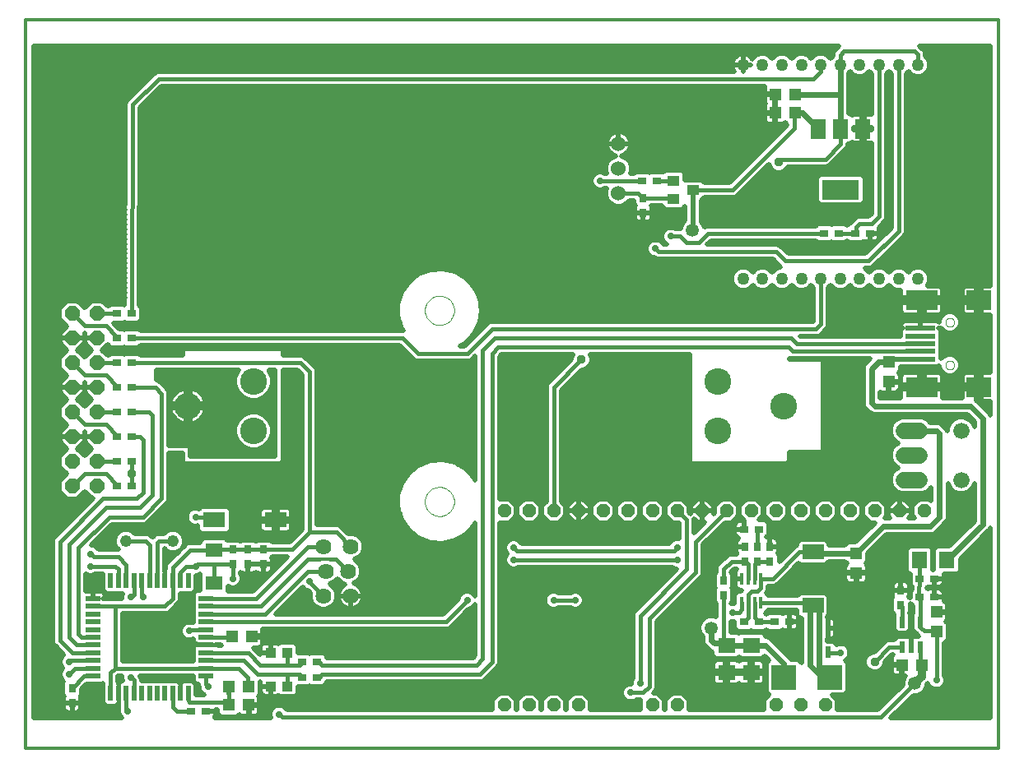
<source format=gtl>
G75*
G70*
%OFA0B0*%
%FSLAX24Y24*%
%IPPOS*%
%LPD*%
%AMOC8*
5,1,8,0,0,1.08239X$1,22.5*
%
%ADD10C,0.0120*%
%ADD11R,0.0591X0.0197*%
%ADD12R,0.0197X0.0591*%
%ADD13C,0.0480*%
%ADD14R,0.0984X0.0787*%
%ADD15R,0.1299X0.0787*%
%ADD16R,0.1220X0.0197*%
%ADD17C,0.0000*%
%ADD18R,0.0217X0.0472*%
%ADD19R,0.0315X0.0354*%
%ADD20C,0.0640*%
%ADD21R,0.0472X0.0512*%
%ADD22R,0.0512X0.0472*%
%ADD23R,0.0354X0.0315*%
%ADD24C,0.0500*%
%ADD25C,0.0600*%
%ADD26C,0.1080*%
%ADD27C,0.0650*%
%ADD28C,0.0660*%
%ADD29R,0.0630X0.0709*%
%ADD30R,0.0433X0.0394*%
%ADD31R,0.0590X0.0790*%
%ADD32R,0.1500X0.0790*%
%ADD33OC8,0.0591*%
%ADD34R,0.0160X0.0480*%
%ADD35R,0.0866X0.0591*%
%ADD36R,0.0200X0.0480*%
%ADD37R,0.0709X0.0630*%
%ADD38R,0.1000X0.1000*%
%ADD39OC8,0.0531*%
%ADD40R,0.0906X0.0630*%
%ADD41R,0.0709X0.0551*%
%ADD42R,0.0500X0.0394*%
%ADD43C,0.0200*%
%ADD44C,0.0290*%
%ADD45C,0.0160*%
%ADD46C,0.0531*%
%ADD47C,0.0320*%
%ADD48C,0.0376*%
%ADD49C,0.0240*%
D10*
X002176Y005651D02*
X002176Y035179D01*
X041546Y035179D01*
X041546Y005651D01*
X002176Y005651D01*
X014076Y013326D02*
X014489Y013326D01*
D11*
X009462Y011726D03*
X009462Y011411D03*
X009462Y011096D03*
X009462Y010781D03*
X009462Y010466D03*
X009462Y010151D03*
X009462Y009836D03*
X009462Y009521D03*
X009462Y009206D03*
X009462Y008891D03*
X009462Y008576D03*
X004895Y008576D03*
X004895Y008891D03*
X004895Y009206D03*
X004895Y009521D03*
X004895Y009836D03*
X004895Y010151D03*
X004895Y010466D03*
X004895Y010781D03*
X004895Y011096D03*
X004895Y011411D03*
X004895Y011726D03*
D12*
X005604Y012435D03*
X005919Y012435D03*
X006234Y012435D03*
X006549Y012435D03*
X006864Y012435D03*
X007179Y012435D03*
X007494Y012435D03*
X007809Y012435D03*
X008124Y012435D03*
X008439Y012435D03*
X008754Y012435D03*
X008754Y007868D03*
X008439Y007868D03*
X008124Y007868D03*
X007809Y007868D03*
X007494Y007868D03*
X007179Y007868D03*
X006864Y007868D03*
X006549Y007868D03*
X006234Y007868D03*
X005919Y007868D03*
X005604Y007868D03*
D13*
X006229Y014051D03*
X008129Y014051D03*
D14*
X040772Y020299D03*
X040772Y023803D03*
D15*
X038450Y023803D03*
X038450Y020299D03*
D16*
X038410Y021421D03*
X038410Y021736D03*
X038410Y022051D03*
X038410Y022366D03*
X038410Y022681D03*
D17*
X039414Y022917D02*
X039416Y022943D01*
X039422Y022969D01*
X039432Y022994D01*
X039445Y023017D01*
X039461Y023037D01*
X039481Y023055D01*
X039503Y023070D01*
X039526Y023082D01*
X039552Y023090D01*
X039578Y023094D01*
X039604Y023094D01*
X039630Y023090D01*
X039656Y023082D01*
X039680Y023070D01*
X039701Y023055D01*
X039721Y023037D01*
X039737Y023017D01*
X039750Y022994D01*
X039760Y022969D01*
X039766Y022943D01*
X039768Y022917D01*
X039766Y022891D01*
X039760Y022865D01*
X039750Y022840D01*
X039737Y022817D01*
X039721Y022797D01*
X039701Y022779D01*
X039679Y022764D01*
X039656Y022752D01*
X039630Y022744D01*
X039604Y022740D01*
X039578Y022740D01*
X039552Y022744D01*
X039526Y022752D01*
X039502Y022764D01*
X039481Y022779D01*
X039461Y022797D01*
X039445Y022817D01*
X039432Y022840D01*
X039422Y022865D01*
X039416Y022891D01*
X039414Y022917D01*
X039414Y021185D02*
X039416Y021211D01*
X039422Y021237D01*
X039432Y021262D01*
X039445Y021285D01*
X039461Y021305D01*
X039481Y021323D01*
X039503Y021338D01*
X039526Y021350D01*
X039552Y021358D01*
X039578Y021362D01*
X039604Y021362D01*
X039630Y021358D01*
X039656Y021350D01*
X039680Y021338D01*
X039701Y021323D01*
X039721Y021305D01*
X039737Y021285D01*
X039750Y021262D01*
X039760Y021237D01*
X039766Y021211D01*
X039768Y021185D01*
X039766Y021159D01*
X039760Y021133D01*
X039750Y021108D01*
X039737Y021085D01*
X039721Y021065D01*
X039701Y021047D01*
X039679Y021032D01*
X039656Y021020D01*
X039630Y021012D01*
X039604Y021008D01*
X039578Y021008D01*
X039552Y021012D01*
X039526Y021020D01*
X039502Y021032D01*
X039481Y021047D01*
X039461Y021065D01*
X039445Y021085D01*
X039432Y021108D01*
X039422Y021133D01*
X039416Y021159D01*
X039414Y021185D01*
X018335Y023401D02*
X018337Y023449D01*
X018343Y023497D01*
X018353Y023544D01*
X018366Y023590D01*
X018384Y023635D01*
X018404Y023679D01*
X018429Y023721D01*
X018457Y023760D01*
X018487Y023797D01*
X018521Y023831D01*
X018558Y023863D01*
X018596Y023892D01*
X018637Y023917D01*
X018680Y023939D01*
X018725Y023957D01*
X018771Y023971D01*
X018818Y023982D01*
X018866Y023989D01*
X018914Y023992D01*
X018962Y023991D01*
X019010Y023986D01*
X019058Y023977D01*
X019104Y023965D01*
X019149Y023948D01*
X019193Y023928D01*
X019235Y023905D01*
X019275Y023878D01*
X019313Y023848D01*
X019348Y023815D01*
X019380Y023779D01*
X019410Y023741D01*
X019436Y023700D01*
X019458Y023657D01*
X019478Y023613D01*
X019493Y023568D01*
X019505Y023521D01*
X019513Y023473D01*
X019517Y023425D01*
X019517Y023377D01*
X019513Y023329D01*
X019505Y023281D01*
X019493Y023234D01*
X019478Y023189D01*
X019458Y023145D01*
X019436Y023102D01*
X019410Y023061D01*
X019380Y023023D01*
X019348Y022987D01*
X019313Y022954D01*
X019275Y022924D01*
X019235Y022897D01*
X019193Y022874D01*
X019149Y022854D01*
X019104Y022837D01*
X019058Y022825D01*
X019010Y022816D01*
X018962Y022811D01*
X018914Y022810D01*
X018866Y022813D01*
X018818Y022820D01*
X018771Y022831D01*
X018725Y022845D01*
X018680Y022863D01*
X018637Y022885D01*
X018596Y022910D01*
X018558Y022939D01*
X018521Y022971D01*
X018487Y023005D01*
X018457Y023042D01*
X018429Y023081D01*
X018404Y023123D01*
X018384Y023167D01*
X018366Y023212D01*
X018353Y023258D01*
X018343Y023305D01*
X018337Y023353D01*
X018335Y023401D01*
X018335Y015651D02*
X018337Y015699D01*
X018343Y015747D01*
X018353Y015794D01*
X018366Y015840D01*
X018384Y015885D01*
X018404Y015929D01*
X018429Y015971D01*
X018457Y016010D01*
X018487Y016047D01*
X018521Y016081D01*
X018558Y016113D01*
X018596Y016142D01*
X018637Y016167D01*
X018680Y016189D01*
X018725Y016207D01*
X018771Y016221D01*
X018818Y016232D01*
X018866Y016239D01*
X018914Y016242D01*
X018962Y016241D01*
X019010Y016236D01*
X019058Y016227D01*
X019104Y016215D01*
X019149Y016198D01*
X019193Y016178D01*
X019235Y016155D01*
X019275Y016128D01*
X019313Y016098D01*
X019348Y016065D01*
X019380Y016029D01*
X019410Y015991D01*
X019436Y015950D01*
X019458Y015907D01*
X019478Y015863D01*
X019493Y015818D01*
X019505Y015771D01*
X019513Y015723D01*
X019517Y015675D01*
X019517Y015627D01*
X019513Y015579D01*
X019505Y015531D01*
X019493Y015484D01*
X019478Y015439D01*
X019458Y015395D01*
X019436Y015352D01*
X019410Y015311D01*
X019380Y015273D01*
X019348Y015237D01*
X019313Y015204D01*
X019275Y015174D01*
X019235Y015147D01*
X019193Y015124D01*
X019149Y015104D01*
X019104Y015087D01*
X019058Y015075D01*
X019010Y015066D01*
X018962Y015061D01*
X018914Y015060D01*
X018866Y015063D01*
X018818Y015070D01*
X018771Y015081D01*
X018725Y015095D01*
X018680Y015113D01*
X018637Y015135D01*
X018596Y015160D01*
X018558Y015189D01*
X018521Y015221D01*
X018487Y015255D01*
X018457Y015292D01*
X018429Y015331D01*
X018404Y015373D01*
X018384Y015417D01*
X018366Y015462D01*
X018353Y015508D01*
X018343Y015555D01*
X018337Y015603D01*
X018335Y015651D01*
D18*
X037652Y010760D03*
X038400Y010760D03*
X038400Y009737D03*
X038026Y009737D03*
X037652Y009737D03*
D19*
X037604Y011464D03*
X037604Y012064D03*
X032301Y013226D03*
X031801Y013226D03*
X031301Y013226D03*
X031301Y013826D03*
X031801Y013826D03*
X032301Y013826D03*
X030426Y012451D03*
X030426Y011851D03*
X011801Y013101D03*
X011801Y013701D03*
X011176Y013701D03*
X011176Y013101D03*
X010551Y013101D03*
X010551Y013701D03*
X004051Y008076D03*
X004051Y007476D03*
X027176Y027351D03*
X027176Y027951D03*
D20*
X015329Y013826D03*
X015229Y012826D03*
X014329Y012826D03*
X014229Y011826D03*
X015329Y011826D03*
X014229Y013826D03*
D21*
X011330Y010182D03*
X010530Y010182D03*
X010401Y008151D03*
X011201Y008151D03*
X011201Y007401D03*
X010401Y007401D03*
X037651Y009026D03*
X038451Y009026D03*
X033326Y031401D03*
X033326Y032151D03*
X032526Y032151D03*
X032526Y031401D03*
D22*
X037126Y021301D03*
X037126Y020501D03*
X035801Y013551D03*
X035801Y012751D03*
X039051Y011176D03*
X039051Y010376D03*
D23*
X038976Y011776D03*
X038376Y011776D03*
X038376Y012526D03*
X038976Y012526D03*
X033101Y010776D03*
X032501Y010776D03*
X031851Y010776D03*
X031251Y010776D03*
X031251Y014526D03*
X031851Y014526D03*
X034501Y026526D03*
X035101Y026526D03*
X035751Y026526D03*
X036351Y026526D03*
X027726Y028651D03*
X027126Y028651D03*
X006476Y023276D03*
X005876Y023276D03*
X005876Y022276D03*
X006476Y022276D03*
X006476Y021276D03*
X005876Y021276D03*
X005876Y020276D03*
X006476Y020276D03*
X006476Y019276D03*
X005876Y019276D03*
X005876Y018276D03*
X006476Y018276D03*
X006476Y017276D03*
X005876Y017276D03*
X005876Y016276D03*
X006476Y016276D03*
X013376Y009151D03*
X013976Y009151D03*
X013976Y008526D03*
X013376Y008526D03*
X009476Y007151D03*
X008876Y007151D03*
D24*
X031219Y024689D03*
X032007Y024689D03*
X032794Y024689D03*
X033582Y024689D03*
X034369Y024689D03*
X035156Y024689D03*
X035944Y024689D03*
X036731Y024689D03*
X037519Y024689D03*
X038306Y024689D03*
X038306Y033350D03*
X037519Y033350D03*
X036731Y033350D03*
X035944Y033350D03*
X035156Y033350D03*
X034369Y033350D03*
X033582Y033350D03*
X032794Y033350D03*
X032007Y033350D03*
X031219Y033350D03*
D25*
X026176Y030151D03*
X026176Y029151D03*
X026176Y028151D03*
D26*
X030203Y020530D03*
X030203Y018530D03*
X032859Y019530D03*
X011400Y020522D03*
X008743Y019522D03*
X011400Y018522D03*
D27*
X037726Y018526D02*
X038376Y018526D01*
X038376Y017526D02*
X037726Y017526D01*
X037726Y016526D02*
X038376Y016526D01*
D28*
X040051Y016526D03*
X040051Y018526D03*
D29*
X039477Y013276D03*
X038375Y013276D03*
D30*
X012761Y009526D03*
X012091Y009526D03*
X012091Y008151D03*
X012761Y008151D03*
D31*
X034266Y030766D03*
X035166Y030766D03*
X036066Y030766D03*
D32*
X035176Y028286D03*
D33*
X005051Y023276D03*
X005051Y022276D03*
X004051Y022276D03*
X004051Y023276D03*
X004051Y021276D03*
X005051Y021276D03*
X005051Y020276D03*
X004051Y020276D03*
X004051Y019276D03*
X005051Y019276D03*
X005051Y018276D03*
X004051Y018276D03*
X004051Y017276D03*
X004051Y016276D03*
X005051Y016276D03*
X005051Y017276D03*
D34*
X031171Y012506D03*
X031421Y012506D03*
X031681Y012506D03*
X031931Y012506D03*
X031931Y011546D03*
X031681Y011546D03*
X031421Y011546D03*
X031171Y011546D03*
D35*
X034051Y011443D03*
X034051Y013609D03*
D36*
X033931Y010516D03*
X034301Y010516D03*
X034671Y010516D03*
X034671Y009536D03*
X034301Y009536D03*
X033931Y009536D03*
D37*
X031551Y009827D03*
X030551Y009827D03*
X030551Y008725D03*
X031551Y008725D03*
D38*
X032876Y008526D03*
X034726Y008526D03*
D39*
X034551Y007401D03*
X033551Y007401D03*
X032551Y007401D03*
X028551Y007401D03*
X027551Y007401D03*
X024551Y007401D03*
X023551Y007401D03*
X022551Y007401D03*
X021551Y007401D03*
X021551Y015276D03*
X022551Y015276D03*
X023551Y015276D03*
X024551Y015276D03*
X025551Y015276D03*
X026551Y015276D03*
X027551Y015276D03*
X028551Y015276D03*
X029551Y015276D03*
X030551Y015276D03*
X031551Y015276D03*
X032551Y015276D03*
X033551Y015276D03*
X034551Y015276D03*
X035551Y015276D03*
X036551Y015276D03*
X037551Y015276D03*
X038551Y015276D03*
D40*
X012291Y014901D03*
X009811Y014901D03*
D41*
X009801Y013695D03*
X009801Y012357D03*
D42*
X028407Y027902D03*
X029195Y028276D03*
X028407Y028650D03*
D43*
X028877Y028693D02*
X028877Y028938D01*
X028749Y029067D01*
X028066Y029067D01*
X028011Y029012D01*
X027994Y029029D01*
X027458Y029029D01*
X027426Y028997D01*
X027394Y029029D01*
X026858Y029029D01*
X026780Y028951D01*
X026656Y028951D01*
X026696Y029048D01*
X026696Y029255D01*
X026617Y029446D01*
X026471Y029592D01*
X026296Y029664D01*
X026368Y029688D01*
X026438Y029723D01*
X026502Y029770D01*
X026558Y029825D01*
X026604Y029889D01*
X026639Y029959D01*
X026664Y030034D01*
X026676Y030112D01*
X026676Y030151D01*
X026176Y030151D01*
X025676Y030151D01*
X025676Y030112D01*
X025688Y030034D01*
X025713Y029959D01*
X025748Y029889D01*
X025795Y029825D01*
X025850Y029770D01*
X025914Y029723D01*
X025984Y029688D01*
X026056Y029664D01*
X025882Y029592D01*
X025735Y029446D01*
X025656Y029255D01*
X025656Y029048D01*
X025696Y028951D01*
X025642Y028951D01*
X025633Y028961D01*
X025499Y029016D01*
X025354Y029016D01*
X025219Y028961D01*
X025117Y028858D01*
X025061Y028724D01*
X025061Y028579D01*
X025117Y028444D01*
X025219Y028342D01*
X025354Y028286D01*
X025499Y028286D01*
X025633Y028342D01*
X025642Y028351D01*
X025696Y028351D01*
X025656Y028255D01*
X025656Y028048D01*
X025735Y027857D01*
X025882Y027710D01*
X026073Y027631D01*
X026280Y027631D01*
X026471Y027710D01*
X026612Y027851D01*
X026799Y027851D01*
X026799Y027683D01*
X026848Y027633D01*
X026832Y027605D01*
X026819Y027555D01*
X026819Y027351D01*
X026819Y027148D01*
X026832Y027097D01*
X026859Y027051D01*
X026896Y027014D01*
X026941Y026988D01*
X026992Y026974D01*
X027176Y026974D01*
X027176Y027351D01*
X027176Y027351D01*
X026819Y027351D01*
X027176Y027351D01*
X027176Y027351D01*
X027176Y026974D01*
X027360Y026974D01*
X027411Y026988D01*
X027456Y027014D01*
X027494Y027051D01*
X027520Y027097D01*
X027534Y027148D01*
X027534Y027351D01*
X027176Y027351D01*
X027176Y027351D01*
X027534Y027351D01*
X027534Y027555D01*
X027520Y027605D01*
X027504Y027633D01*
X027522Y027651D01*
X027937Y027651D01*
X027937Y027614D01*
X028066Y027485D01*
X028749Y027485D01*
X028875Y027612D01*
X028875Y027037D01*
X028764Y026926D01*
X028690Y026748D01*
X028690Y026701D01*
X028517Y026701D01*
X028508Y026711D01*
X028374Y026766D01*
X028229Y026766D01*
X028094Y026711D01*
X027992Y026608D01*
X027936Y026474D01*
X027936Y026329D01*
X027992Y026194D01*
X028094Y026092D01*
X028132Y026076D01*
X027999Y026076D01*
X027986Y026108D01*
X027883Y026211D01*
X027749Y026266D01*
X027604Y026266D01*
X027469Y026211D01*
X027367Y026108D01*
X027311Y025974D01*
X027311Y025829D01*
X027367Y025694D01*
X027469Y025592D01*
X027604Y025536D01*
X027617Y025536D01*
X027631Y025522D01*
X027741Y025476D01*
X032427Y025476D01*
X032672Y025231D01*
X032744Y025159D01*
X032701Y025159D01*
X032528Y025087D01*
X032401Y024960D01*
X032273Y025087D01*
X032100Y025159D01*
X031913Y025159D01*
X031741Y025087D01*
X031613Y024960D01*
X031486Y025087D01*
X031313Y025159D01*
X031126Y025159D01*
X030953Y025087D01*
X030821Y024955D01*
X030749Y024782D01*
X030749Y024595D01*
X030821Y024422D01*
X030953Y024290D01*
X031126Y024219D01*
X031313Y024219D01*
X031486Y024290D01*
X031613Y024418D01*
X031741Y024290D01*
X031913Y024219D01*
X032100Y024219D01*
X032273Y024290D01*
X032401Y024418D01*
X032528Y024290D01*
X032701Y024219D01*
X032888Y024219D01*
X033060Y024290D01*
X033188Y024418D01*
X033315Y024290D01*
X033488Y024219D01*
X033675Y024219D01*
X033848Y024290D01*
X033975Y024418D01*
X034069Y024324D01*
X034069Y022968D01*
X034052Y022951D01*
X020991Y022951D01*
X020881Y022905D01*
X020797Y022821D01*
X019927Y021951D01*
X019777Y021951D01*
X019986Y022072D01*
X019986Y022072D01*
X020331Y022443D01*
X020331Y022443D01*
X020551Y022900D01*
X020626Y023401D01*
X020551Y023902D01*
X020331Y024359D01*
X019986Y024730D01*
X019547Y024984D01*
X019053Y025096D01*
X018548Y025059D01*
X018076Y024873D01*
X017680Y024557D01*
X017394Y024139D01*
X017245Y023655D01*
X017245Y023148D01*
X017394Y022664D01*
X017454Y022576D01*
X006822Y022576D01*
X006744Y022654D01*
X006208Y022654D01*
X006176Y022622D01*
X006144Y022654D01*
X005973Y022654D01*
X005728Y022899D01*
X006144Y022899D01*
X006176Y022930D01*
X006208Y022899D01*
X006744Y022899D01*
X006873Y023028D01*
X006873Y023525D01*
X006778Y023620D01*
X006810Y031611D01*
X007675Y032476D01*
X032101Y032476D01*
X032090Y032433D01*
X032090Y032169D01*
X032508Y032169D01*
X032508Y032133D01*
X032544Y032133D01*
X032544Y031695D01*
X032544Y031419D01*
X032508Y031419D01*
X032508Y031383D01*
X032544Y031383D01*
X032544Y030945D01*
X032789Y030945D01*
X032840Y030959D01*
X032885Y030985D01*
X032912Y031012D01*
X032999Y030925D01*
X033001Y030925D01*
X033001Y030900D01*
X030677Y028576D01*
X029653Y028576D01*
X029536Y028693D01*
X028877Y028693D01*
X028877Y028876D02*
X030976Y028876D01*
X030778Y028677D02*
X029552Y028677D01*
X029195Y028276D02*
X029195Y026670D01*
X029176Y026651D01*
X029515Y026999D02*
X029515Y027859D01*
X029536Y027859D01*
X029653Y027976D01*
X030861Y027976D01*
X030971Y028022D01*
X032268Y029319D01*
X032330Y029170D01*
X032445Y029055D01*
X032595Y028993D01*
X032757Y028993D01*
X032907Y029055D01*
X033022Y029170D01*
X033045Y029226D01*
X034611Y029226D01*
X034721Y029272D01*
X035336Y029887D01*
X035420Y029971D01*
X035466Y030081D01*
X035466Y030151D01*
X035552Y030151D01*
X035630Y030229D01*
X035648Y030211D01*
X035694Y030185D01*
X035745Y030171D01*
X036019Y030171D01*
X036019Y030719D01*
X035681Y030719D01*
X035681Y030814D01*
X036019Y030814D01*
X036019Y031361D01*
X035745Y031361D01*
X035694Y031348D01*
X035648Y031321D01*
X035630Y031303D01*
X035552Y031381D01*
X035496Y031381D01*
X035496Y033025D01*
X035550Y033079D01*
X035678Y032952D01*
X035850Y032880D01*
X036037Y032880D01*
X036210Y032952D01*
X036338Y033079D01*
X036431Y032985D01*
X036431Y031349D01*
X036387Y031361D01*
X036114Y031361D01*
X036114Y030814D01*
X036431Y030814D01*
X036431Y030719D01*
X036114Y030719D01*
X036114Y030814D01*
X036019Y030814D01*
X036019Y030719D01*
X036114Y030719D01*
X036114Y030171D01*
X036387Y030171D01*
X036431Y030183D01*
X036431Y027331D01*
X036302Y027201D01*
X035866Y027201D01*
X035756Y027155D01*
X035631Y027030D01*
X035547Y026946D01*
X035529Y026904D01*
X035483Y026904D01*
X035426Y026847D01*
X035369Y026904D01*
X034833Y026904D01*
X034801Y026872D01*
X034769Y026904D01*
X034233Y026904D01*
X034155Y026826D01*
X029741Y026826D01*
X029646Y026787D01*
X029588Y026926D01*
X029515Y026999D01*
X029515Y027089D02*
X035690Y027089D01*
X035470Y026891D02*
X035382Y026891D01*
X034820Y026891D02*
X034782Y026891D01*
X034220Y026891D02*
X029603Y026891D01*
X029515Y027288D02*
X036388Y027288D01*
X036431Y027486D02*
X029515Y027486D01*
X029515Y027685D02*
X034321Y027685D01*
X034335Y027671D02*
X036017Y027671D01*
X036146Y027800D01*
X036146Y028772D01*
X036017Y028901D01*
X034335Y028901D01*
X034206Y028772D01*
X034206Y027800D01*
X034335Y027671D01*
X034206Y027883D02*
X029560Y027883D01*
X028875Y027486D02*
X028749Y027486D01*
X028875Y027288D02*
X027534Y027288D01*
X027534Y027486D02*
X028065Y027486D01*
X027516Y027089D02*
X028875Y027089D01*
X028750Y026891D02*
X006791Y026891D01*
X006792Y027089D02*
X026837Y027089D01*
X026819Y027288D02*
X006793Y027288D01*
X006793Y027486D02*
X026819Y027486D01*
X026799Y027685D02*
X026409Y027685D01*
X025943Y027685D02*
X006794Y027685D01*
X006795Y027883D02*
X025724Y027883D01*
X025656Y028082D02*
X006796Y028082D01*
X006797Y028280D02*
X025667Y028280D01*
X025102Y028479D02*
X006797Y028479D01*
X006798Y028677D02*
X025061Y028677D01*
X025134Y028876D02*
X006799Y028876D01*
X006800Y029074D02*
X025656Y029074D01*
X025664Y029273D02*
X006801Y029273D01*
X006801Y029471D02*
X025761Y029471D01*
X026040Y029670D02*
X006802Y029670D01*
X006803Y029868D02*
X025764Y029868D01*
X025683Y030067D02*
X006804Y030067D01*
X006805Y030265D02*
X025688Y030265D01*
X025688Y030268D02*
X025676Y030190D01*
X025676Y030151D01*
X026176Y030151D01*
X026176Y030151D01*
X026176Y030651D01*
X026137Y030651D01*
X026059Y030639D01*
X025984Y030615D01*
X025914Y030579D01*
X025850Y030533D01*
X025795Y030477D01*
X025748Y030413D01*
X025713Y030343D01*
X025688Y030268D01*
X025785Y030464D02*
X006806Y030464D01*
X006806Y030662D02*
X032763Y030662D01*
X032564Y030464D02*
X026567Y030464D01*
X026558Y030477D02*
X026502Y030533D01*
X026438Y030579D01*
X026368Y030615D01*
X026293Y030639D01*
X026215Y030651D01*
X026176Y030651D01*
X026176Y030151D01*
X026176Y030151D01*
X026176Y030151D01*
X026676Y030151D01*
X026676Y030190D01*
X026664Y030268D01*
X026639Y030343D01*
X026604Y030413D01*
X026558Y030477D01*
X026664Y030265D02*
X032366Y030265D01*
X032167Y030067D02*
X026669Y030067D01*
X026589Y029868D02*
X031969Y029868D01*
X031770Y029670D02*
X026312Y029670D01*
X026591Y029471D02*
X031572Y029471D01*
X031373Y029273D02*
X026689Y029273D01*
X026696Y029074D02*
X031175Y029074D01*
X031626Y028677D02*
X034206Y028677D01*
X034206Y028479D02*
X031428Y028479D01*
X031229Y028280D02*
X034206Y028280D01*
X034206Y028082D02*
X031031Y028082D01*
X031825Y028876D02*
X034310Y028876D01*
X034722Y029273D02*
X036431Y029273D01*
X036431Y029471D02*
X034920Y029471D01*
X035119Y029670D02*
X036431Y029670D01*
X036431Y029868D02*
X035317Y029868D01*
X035460Y030067D02*
X036431Y030067D01*
X036114Y030265D02*
X036019Y030265D01*
X036019Y030464D02*
X036114Y030464D01*
X036114Y030662D02*
X036019Y030662D01*
X036019Y030861D02*
X036114Y030861D01*
X036114Y031059D02*
X036019Y031059D01*
X036019Y031258D02*
X036114Y031258D01*
X036431Y031456D02*
X035496Y031456D01*
X035496Y031655D02*
X036431Y031655D01*
X036431Y031853D02*
X035496Y031853D01*
X035496Y032052D02*
X036431Y032052D01*
X036431Y032250D02*
X035496Y032250D01*
X035496Y032449D02*
X036431Y032449D01*
X036431Y032647D02*
X035496Y032647D01*
X035496Y032846D02*
X036431Y032846D01*
X036372Y033044D02*
X036303Y033044D01*
X037031Y032985D02*
X037125Y033079D01*
X037219Y032985D01*
X037219Y026743D01*
X036177Y025701D01*
X033050Y025701D01*
X032721Y026030D01*
X032611Y026076D01*
X029775Y026076D01*
X029925Y026226D01*
X034155Y026226D01*
X034233Y026149D01*
X034769Y026149D01*
X034801Y026180D01*
X034833Y026149D01*
X035369Y026149D01*
X035426Y026205D01*
X035483Y026149D01*
X036019Y026149D01*
X036069Y026198D01*
X036097Y026182D01*
X036148Y026169D01*
X036351Y026169D01*
X036351Y026526D01*
X036351Y026526D01*
X036351Y026169D01*
X036555Y026169D01*
X036605Y026182D01*
X036651Y026209D01*
X036688Y026246D01*
X036715Y026291D01*
X036728Y026342D01*
X036728Y026526D01*
X036351Y026526D01*
X036351Y026526D01*
X036728Y026526D01*
X036728Y026710D01*
X036715Y026761D01*
X036713Y026764D01*
X036901Y026952D01*
X036986Y027036D01*
X037031Y027147D01*
X037031Y032985D01*
X037090Y033044D02*
X037160Y033044D01*
X037219Y032846D02*
X037031Y032846D01*
X037031Y032647D02*
X037219Y032647D01*
X037219Y032449D02*
X037031Y032449D01*
X037031Y032250D02*
X037219Y032250D01*
X037219Y032052D02*
X037031Y032052D01*
X037031Y031853D02*
X037219Y031853D01*
X037219Y031655D02*
X037031Y031655D01*
X037031Y031456D02*
X037219Y031456D01*
X037219Y031258D02*
X037031Y031258D01*
X037031Y031059D02*
X037219Y031059D01*
X037219Y030861D02*
X037031Y030861D01*
X037031Y030662D02*
X037219Y030662D01*
X037219Y030464D02*
X037031Y030464D01*
X037031Y030265D02*
X037219Y030265D01*
X037219Y030067D02*
X037031Y030067D01*
X037031Y029868D02*
X037219Y029868D01*
X037219Y029670D02*
X037031Y029670D01*
X037031Y029471D02*
X037219Y029471D01*
X037219Y029273D02*
X037031Y029273D01*
X037031Y029074D02*
X037219Y029074D01*
X037219Y028876D02*
X037031Y028876D01*
X037031Y028677D02*
X037219Y028677D01*
X037219Y028479D02*
X037031Y028479D01*
X037031Y028280D02*
X037219Y028280D01*
X037219Y028082D02*
X037031Y028082D01*
X037031Y027883D02*
X037219Y027883D01*
X037219Y027685D02*
X037031Y027685D01*
X037031Y027486D02*
X037219Y027486D01*
X037219Y027288D02*
X037031Y027288D01*
X037007Y027089D02*
X037219Y027089D01*
X037219Y026891D02*
X036840Y026891D01*
X036728Y026692D02*
X037168Y026692D01*
X036969Y026494D02*
X036728Y026494D01*
X036716Y026295D02*
X036771Y026295D01*
X036572Y026097D02*
X029796Y026097D01*
X030995Y025104D02*
X006784Y025104D01*
X006783Y024906D02*
X018158Y024906D01*
X018076Y024873D02*
X018076Y024873D01*
X017868Y024707D02*
X006782Y024707D01*
X006781Y024509D02*
X017647Y024509D01*
X017680Y024557D02*
X017680Y024557D01*
X017680Y024557D01*
X017511Y024310D02*
X006780Y024310D01*
X006780Y024112D02*
X017386Y024112D01*
X017394Y024139D02*
X017394Y024139D01*
X017325Y023913D02*
X006779Y023913D01*
X006778Y023715D02*
X017264Y023715D01*
X017245Y023516D02*
X006873Y023516D01*
X006873Y023318D02*
X017245Y023318D01*
X017254Y023119D02*
X006873Y023119D01*
X006766Y022921D02*
X017315Y022921D01*
X017376Y022722D02*
X005904Y022722D01*
X006166Y022921D02*
X006186Y022921D01*
X006176Y023622D02*
X006144Y023654D01*
X005608Y023654D01*
X005530Y023576D01*
X005480Y023576D01*
X005265Y023791D01*
X004838Y023791D01*
X004551Y023505D01*
X004265Y023791D01*
X003838Y023791D01*
X003536Y023490D01*
X003536Y023063D01*
X003837Y022762D01*
X003556Y022481D01*
X003556Y022276D01*
X003556Y022071D01*
X003837Y021790D01*
X003536Y021490D01*
X003536Y021063D01*
X003837Y020762D01*
X003556Y020481D01*
X003556Y020276D01*
X003556Y020071D01*
X003837Y019790D01*
X003536Y019490D01*
X003536Y019063D01*
X003837Y018762D01*
X003556Y018481D01*
X003556Y018276D01*
X003556Y018071D01*
X003837Y017790D01*
X003536Y017490D01*
X003536Y017063D01*
X003822Y016776D01*
X003536Y016490D01*
X003536Y016063D01*
X003838Y015761D01*
X004265Y015761D01*
X004565Y016062D01*
X004846Y015781D01*
X004882Y015781D01*
X003297Y014196D01*
X003251Y014086D01*
X003251Y009966D01*
X003297Y009856D01*
X003381Y009772D01*
X003706Y009447D01*
X003617Y009358D01*
X003561Y009224D01*
X003561Y009079D01*
X003617Y008944D01*
X003660Y008901D01*
X003617Y008858D01*
X003561Y008724D01*
X003561Y008579D01*
X003617Y008444D01*
X003695Y008366D01*
X003674Y008344D01*
X003674Y007808D01*
X003723Y007758D01*
X003707Y007730D01*
X003694Y007680D01*
X003694Y007476D01*
X003694Y007273D01*
X003707Y007222D01*
X003734Y007176D01*
X003771Y007139D01*
X003816Y007113D01*
X003867Y007099D01*
X004051Y007099D01*
X004051Y007476D01*
X004051Y007476D01*
X003694Y007476D01*
X004051Y007476D01*
X004051Y007476D01*
X004051Y007099D01*
X004235Y007099D01*
X004286Y007113D01*
X004331Y007139D01*
X004369Y007176D01*
X004395Y007222D01*
X004409Y007273D01*
X004409Y007476D01*
X004051Y007476D01*
X004051Y007476D01*
X004409Y007476D01*
X004409Y007680D01*
X004395Y007730D01*
X004379Y007758D01*
X004429Y007808D01*
X004429Y008041D01*
X004630Y008258D01*
X005282Y008258D01*
X005304Y008280D01*
X005304Y008272D01*
X005286Y008254D01*
X005286Y007481D01*
X005415Y007352D01*
X005794Y007352D01*
X005814Y007372D01*
X005919Y007372D01*
X005919Y007478D01*
X005919Y007478D01*
X005919Y007478D01*
X005919Y007372D01*
X005934Y007372D01*
X005934Y007257D01*
X005930Y007246D01*
X005934Y007198D01*
X005934Y007149D01*
X005936Y007144D01*
X005936Y007079D01*
X005992Y006944D01*
X006057Y006879D01*
X002486Y006879D01*
X002486Y034129D01*
X035105Y034129D01*
X035047Y034071D01*
X034902Y033926D01*
X034856Y033816D01*
X034856Y033715D01*
X034763Y033621D01*
X034635Y033748D01*
X034463Y033820D01*
X034276Y033820D01*
X034103Y033748D01*
X033975Y033621D01*
X033848Y033748D01*
X033675Y033820D01*
X033488Y033820D01*
X033315Y033748D01*
X033188Y033621D01*
X033060Y033748D01*
X032888Y033820D01*
X032701Y033820D01*
X032528Y033748D01*
X032401Y033621D01*
X032273Y033748D01*
X032100Y033820D01*
X031913Y033820D01*
X031741Y033748D01*
X031608Y033616D01*
X031599Y033593D01*
X031563Y033643D01*
X031513Y033693D01*
X031455Y033735D01*
X031392Y033767D01*
X031325Y033789D01*
X031255Y033800D01*
X031219Y033800D01*
X031184Y033800D01*
X031114Y033789D01*
X031047Y033767D01*
X030984Y033735D01*
X030926Y033693D01*
X030876Y033643D01*
X030835Y033586D01*
X030802Y033523D01*
X030781Y033455D01*
X030769Y033385D01*
X030769Y033350D01*
X031219Y033350D01*
X031219Y033350D01*
X030769Y033350D01*
X030769Y033315D01*
X030781Y033245D01*
X030802Y033177D01*
X030835Y033114D01*
X030862Y033076D01*
X007491Y033076D01*
X007381Y033030D01*
X007297Y032946D01*
X006299Y031948D01*
X006257Y031907D01*
X006257Y031906D01*
X006256Y031906D01*
X006234Y031851D01*
X006211Y031797D01*
X006211Y031796D01*
X006211Y031795D01*
X006211Y031736D01*
X006178Y023623D01*
X006176Y023622D01*
X006178Y023715D02*
X005341Y023715D01*
X004761Y023715D02*
X004341Y023715D01*
X004540Y023516D02*
X004562Y023516D01*
X003761Y023715D02*
X002486Y023715D01*
X002486Y023913D02*
X006179Y023913D01*
X006180Y024112D02*
X002486Y024112D01*
X002486Y024310D02*
X006180Y024310D01*
X006181Y024509D02*
X002486Y024509D01*
X002486Y024707D02*
X006182Y024707D01*
X006183Y024906D02*
X002486Y024906D01*
X002486Y025104D02*
X006184Y025104D01*
X006184Y025303D02*
X002486Y025303D01*
X002486Y025501D02*
X006185Y025501D01*
X006186Y025700D02*
X002486Y025700D01*
X002486Y025898D02*
X006187Y025898D01*
X006188Y026097D02*
X002486Y026097D01*
X002486Y026295D02*
X006188Y026295D01*
X006189Y026494D02*
X002486Y026494D01*
X002486Y026692D02*
X006190Y026692D01*
X006191Y026891D02*
X002486Y026891D01*
X002486Y027089D02*
X006192Y027089D01*
X006193Y027288D02*
X002486Y027288D01*
X002486Y027486D02*
X006193Y027486D01*
X006194Y027685D02*
X002486Y027685D01*
X002486Y027883D02*
X006195Y027883D01*
X006196Y028082D02*
X002486Y028082D01*
X002486Y028280D02*
X006197Y028280D01*
X006197Y028479D02*
X002486Y028479D01*
X002486Y028677D02*
X006198Y028677D01*
X006199Y028876D02*
X002486Y028876D01*
X002486Y029074D02*
X006200Y029074D01*
X006201Y029273D02*
X002486Y029273D01*
X002486Y029471D02*
X006201Y029471D01*
X006202Y029670D02*
X002486Y029670D01*
X002486Y029868D02*
X006203Y029868D01*
X006204Y030067D02*
X002486Y030067D01*
X002486Y030265D02*
X006205Y030265D01*
X006206Y030464D02*
X002486Y030464D01*
X002486Y030662D02*
X006206Y030662D01*
X006207Y030861D02*
X002486Y030861D01*
X002486Y031059D02*
X006208Y031059D01*
X006209Y031258D02*
X002486Y031258D01*
X002486Y031456D02*
X006210Y031456D01*
X006210Y031655D02*
X002486Y031655D01*
X002486Y031853D02*
X006235Y031853D01*
X006402Y032052D02*
X002486Y032052D01*
X002486Y032250D02*
X006601Y032250D01*
X006799Y032449D02*
X002486Y032449D01*
X002486Y032647D02*
X006998Y032647D01*
X007196Y032846D02*
X002486Y032846D01*
X002486Y033044D02*
X007414Y033044D01*
X007297Y032946D02*
X007297Y032946D01*
X007648Y032449D02*
X032094Y032449D01*
X032090Y032250D02*
X007449Y032250D01*
X007251Y032052D02*
X032090Y032052D01*
X032090Y032133D02*
X032090Y031869D01*
X032104Y031818D01*
X032128Y031776D01*
X032104Y031734D01*
X032090Y031683D01*
X032090Y031419D01*
X032508Y031419D01*
X032508Y032133D01*
X032090Y032133D01*
X032094Y031853D02*
X007052Y031853D01*
X006854Y031655D02*
X032090Y031655D01*
X032090Y031456D02*
X006810Y031456D01*
X006809Y031258D02*
X032090Y031258D01*
X032090Y031383D02*
X032090Y031119D01*
X032104Y031068D01*
X032130Y031022D01*
X032167Y030985D01*
X032213Y030959D01*
X032264Y030945D01*
X032508Y030945D01*
X032508Y031383D01*
X032090Y031383D01*
X032109Y031059D02*
X006808Y031059D01*
X006807Y030861D02*
X032961Y030861D01*
X032544Y031059D02*
X032508Y031059D01*
X032508Y031258D02*
X032544Y031258D01*
X032544Y031456D02*
X032508Y031456D01*
X032508Y031655D02*
X032544Y031655D01*
X032544Y031853D02*
X032508Y031853D01*
X032508Y032052D02*
X032544Y032052D01*
X031219Y033076D02*
X031219Y033076D01*
X031219Y033350D01*
X031219Y033800D01*
X031219Y033350D01*
X031219Y033350D01*
X031219Y033350D01*
X031219Y033076D01*
X031219Y033243D02*
X031219Y033243D01*
X031219Y033350D02*
X031219Y033350D01*
X031537Y033350D01*
X031537Y033350D01*
X031219Y033350D01*
X031219Y033441D02*
X031219Y033441D01*
X031219Y033640D02*
X031219Y033640D01*
X030874Y033640D02*
X002486Y033640D01*
X002486Y033838D02*
X034866Y033838D01*
X034781Y033640D02*
X034744Y033640D01*
X035012Y034037D02*
X002486Y034037D01*
X002486Y033441D02*
X030778Y033441D01*
X030781Y033243D02*
X002486Y033243D01*
X006790Y026692D02*
X028076Y026692D01*
X027944Y026494D02*
X006789Y026494D01*
X006788Y026295D02*
X027950Y026295D01*
X027990Y026097D02*
X028089Y026097D01*
X027681Y025501D02*
X006785Y025501D01*
X006784Y025303D02*
X032600Y025303D01*
X032569Y025104D02*
X032232Y025104D01*
X031782Y025104D02*
X031444Y025104D01*
X030801Y024906D02*
X019682Y024906D01*
X019547Y024984D02*
X019547Y024984D01*
X019053Y025096D02*
X019053Y025096D01*
X018548Y025059D02*
X018548Y025059D01*
X019986Y024730D02*
X019986Y024730D01*
X020007Y024707D02*
X030749Y024707D01*
X030785Y024509D02*
X020192Y024509D01*
X020331Y024359D02*
X020331Y024359D01*
X020354Y024310D02*
X030933Y024310D01*
X031506Y024310D02*
X031721Y024310D01*
X032293Y024310D02*
X032508Y024310D01*
X033081Y024310D02*
X033295Y024310D01*
X033868Y024310D02*
X034069Y024310D01*
X034069Y024112D02*
X020450Y024112D01*
X020545Y023913D02*
X034069Y023913D01*
X034069Y023715D02*
X020579Y023715D01*
X020551Y023902D02*
X020551Y023902D01*
X020609Y023516D02*
X034069Y023516D01*
X034069Y023318D02*
X020614Y023318D01*
X020584Y023119D02*
X034069Y023119D01*
X034669Y023119D02*
X039213Y023119D01*
X039229Y023159D02*
X039164Y023002D01*
X039164Y022919D01*
X039143Y022940D01*
X039098Y022966D01*
X039047Y022979D01*
X038410Y022979D01*
X037774Y022979D01*
X037723Y022966D01*
X037677Y022940D01*
X037640Y022902D01*
X037614Y022857D01*
X037600Y022806D01*
X037600Y022681D01*
X037600Y022576D01*
X037580Y022556D01*
X037580Y022351D01*
X033525Y022351D01*
X034236Y022351D01*
X034346Y022397D01*
X034539Y022590D01*
X034623Y022674D01*
X034669Y022784D01*
X034669Y024324D01*
X034763Y024418D01*
X034890Y024290D01*
X035063Y024219D01*
X035250Y024219D01*
X035423Y024290D01*
X035550Y024418D01*
X035678Y024290D01*
X035850Y024219D01*
X036037Y024219D01*
X036210Y024290D01*
X036338Y024418D01*
X036465Y024290D01*
X036638Y024219D01*
X036825Y024219D01*
X036997Y024290D01*
X037125Y024418D01*
X037252Y024290D01*
X037425Y024219D01*
X037600Y024219D01*
X037600Y023900D01*
X038353Y023900D01*
X038353Y023706D01*
X038546Y023706D01*
X038546Y023209D01*
X039126Y023209D01*
X039176Y023223D01*
X039222Y023249D01*
X039259Y023287D01*
X039286Y023332D01*
X039299Y023383D01*
X039299Y023706D01*
X038547Y023706D01*
X038547Y023900D01*
X039299Y023900D01*
X039299Y024223D01*
X039286Y024274D01*
X039259Y024320D01*
X039222Y024357D01*
X039176Y024383D01*
X039126Y024397D01*
X038679Y024397D01*
X038704Y024422D01*
X038776Y024595D01*
X038776Y024782D01*
X038704Y024955D01*
X038572Y025087D01*
X038400Y025159D01*
X038213Y025159D01*
X038040Y025087D01*
X037912Y024960D01*
X037785Y025087D01*
X037612Y025159D01*
X037425Y025159D01*
X037252Y025087D01*
X037125Y024960D01*
X036997Y025087D01*
X036825Y025159D01*
X036638Y025159D01*
X036465Y025087D01*
X036338Y024960D01*
X036210Y025087D01*
X036176Y025101D01*
X036361Y025101D01*
X036471Y025147D01*
X037689Y026364D01*
X037773Y026449D01*
X037819Y026559D01*
X037819Y032985D01*
X037912Y033079D01*
X038040Y032952D01*
X038213Y032880D01*
X038400Y032880D01*
X038572Y032952D01*
X038704Y033084D01*
X038776Y033256D01*
X038776Y033443D01*
X038704Y033616D01*
X038601Y033720D01*
X038601Y033836D01*
X038555Y033946D01*
X038471Y034030D01*
X038373Y034129D01*
X041236Y034129D01*
X041236Y024397D01*
X040869Y024397D01*
X040869Y023900D01*
X040676Y023900D01*
X040676Y024397D01*
X040254Y024397D01*
X040203Y024383D01*
X040158Y024357D01*
X040120Y024320D01*
X040094Y024274D01*
X040080Y024223D01*
X040080Y023900D01*
X040676Y023900D01*
X040676Y023706D01*
X040869Y023706D01*
X040869Y023209D01*
X041236Y023209D01*
X041236Y020893D01*
X040869Y020893D01*
X040869Y020396D01*
X040676Y020396D01*
X040676Y020893D01*
X040254Y020893D01*
X040203Y020879D01*
X040158Y020853D01*
X040120Y020816D01*
X040094Y020770D01*
X040080Y020719D01*
X040080Y020396D01*
X040676Y020396D01*
X040676Y020202D01*
X040676Y019757D01*
X040714Y019719D01*
X041214Y019219D01*
X041236Y019166D01*
X041236Y019705D01*
X040869Y019705D01*
X040869Y020202D01*
X040676Y020202D01*
X040080Y020202D01*
X040080Y019879D01*
X040084Y019866D01*
X039296Y019866D01*
X039299Y019879D01*
X039299Y020202D01*
X038547Y020202D01*
X038547Y020396D01*
X039299Y020396D01*
X039299Y020719D01*
X039286Y020770D01*
X039259Y020816D01*
X039222Y020853D01*
X039176Y020879D01*
X039126Y020893D01*
X038546Y020893D01*
X038546Y020396D01*
X038353Y020396D01*
X038353Y020893D01*
X037774Y020893D01*
X037723Y020879D01*
X037677Y020853D01*
X037640Y020816D01*
X037614Y020770D01*
X037600Y020719D01*
X037600Y020396D01*
X038353Y020396D01*
X038353Y020202D01*
X037600Y020202D01*
X037600Y019879D01*
X037604Y019866D01*
X036766Y019866D01*
X036766Y020094D01*
X036793Y020079D01*
X036844Y020065D01*
X037108Y020065D01*
X037108Y020483D01*
X037144Y020483D01*
X037144Y020065D01*
X037408Y020065D01*
X037459Y020079D01*
X037505Y020105D01*
X037542Y020142D01*
X037568Y020188D01*
X037582Y020239D01*
X037582Y020483D01*
X037144Y020483D01*
X037144Y020519D01*
X037582Y020519D01*
X037582Y020764D01*
X037568Y020815D01*
X037542Y020860D01*
X037515Y020887D01*
X037602Y020974D01*
X037602Y021101D01*
X038474Y021101D01*
X038478Y021103D01*
X039112Y021103D01*
X039164Y021155D01*
X039164Y021100D01*
X039229Y020943D01*
X039349Y020823D01*
X039506Y020758D01*
X039676Y020758D01*
X039833Y020823D01*
X039954Y020943D01*
X040019Y021100D01*
X040019Y021270D01*
X039954Y021427D01*
X039833Y021547D01*
X039676Y021612D01*
X039506Y021612D01*
X039349Y021547D01*
X039241Y021438D01*
X039241Y022556D01*
X039221Y022576D01*
X039221Y022681D01*
X039115Y022681D01*
X039221Y022681D01*
X039221Y022696D01*
X039229Y022675D01*
X039349Y022555D01*
X039506Y022490D01*
X039676Y022490D01*
X039833Y022555D01*
X039954Y022675D01*
X040019Y022832D01*
X040019Y023002D01*
X039954Y023159D01*
X039833Y023279D01*
X039676Y023344D01*
X039506Y023344D01*
X039349Y023279D01*
X039229Y023159D01*
X039277Y023318D02*
X039442Y023318D01*
X039299Y023516D02*
X040080Y023516D01*
X040080Y023383D02*
X040094Y023332D01*
X040120Y023287D01*
X040158Y023249D01*
X040203Y023223D01*
X040254Y023209D01*
X040676Y023209D01*
X040676Y023706D01*
X040080Y023706D01*
X040080Y023383D01*
X040102Y023318D02*
X039741Y023318D01*
X039970Y023119D02*
X041236Y023119D01*
X041236Y022921D02*
X040019Y022921D01*
X039973Y022722D02*
X041236Y022722D01*
X041236Y022524D02*
X039757Y022524D01*
X039425Y022524D02*
X039241Y022524D01*
X039241Y022325D02*
X041236Y022325D01*
X041236Y022127D02*
X039241Y022127D01*
X039241Y021928D02*
X041236Y021928D01*
X041236Y021730D02*
X039241Y021730D01*
X039241Y021531D02*
X039333Y021531D01*
X039164Y021134D02*
X039143Y021134D01*
X039237Y020936D02*
X037564Y020936D01*
X037582Y020737D02*
X037605Y020737D01*
X037600Y020539D02*
X037582Y020539D01*
X037582Y020340D02*
X038353Y020340D01*
X038547Y020340D02*
X040676Y020340D01*
X040676Y020142D02*
X040869Y020142D01*
X040869Y019943D02*
X040676Y019943D01*
X040688Y019745D02*
X040869Y019745D01*
X040887Y019546D02*
X041236Y019546D01*
X041236Y019348D02*
X041085Y019348D01*
X040586Y018885D02*
X040586Y018672D01*
X040517Y018838D01*
X040363Y018992D01*
X040161Y019076D01*
X039942Y019076D01*
X039740Y018992D01*
X039585Y018838D01*
X039501Y018636D01*
X039501Y018505D01*
X039464Y018594D01*
X039369Y018689D01*
X039244Y018814D01*
X039119Y018866D01*
X038806Y018866D01*
X038685Y018988D01*
X038484Y019071D01*
X037618Y019071D01*
X037418Y018988D01*
X037264Y018835D01*
X037182Y018635D01*
X037182Y018418D01*
X037264Y018218D01*
X037418Y018064D01*
X037510Y018026D01*
X037418Y017988D01*
X037264Y017835D01*
X037182Y017635D01*
X037182Y017418D01*
X037264Y017218D01*
X037418Y017064D01*
X037510Y017026D01*
X037418Y016988D01*
X037264Y016835D01*
X037182Y016635D01*
X037182Y016418D01*
X037264Y016218D01*
X037418Y016064D01*
X037618Y015981D01*
X038484Y015981D01*
X038685Y016064D01*
X038836Y016216D01*
X038836Y015678D01*
X038752Y015762D01*
X038350Y015762D01*
X038065Y015477D01*
X038065Y015075D01*
X038149Y014991D01*
X037925Y014991D01*
X038017Y015083D01*
X038017Y015276D01*
X037551Y015276D01*
X037085Y015276D01*
X037085Y015083D01*
X037177Y014991D01*
X036953Y014991D01*
X037037Y015075D01*
X037037Y015477D01*
X036752Y015762D01*
X036350Y015762D01*
X036065Y015477D01*
X036065Y015075D01*
X036350Y014790D01*
X036560Y014790D01*
X035777Y014007D01*
X035454Y014007D01*
X035338Y013891D01*
X034704Y013891D01*
X034704Y013995D01*
X034575Y014124D01*
X033527Y014124D01*
X033398Y013995D01*
X033398Y013888D01*
X033339Y013863D01*
X032679Y013203D01*
X032679Y013494D01*
X032629Y013544D01*
X032645Y013572D01*
X032659Y013623D01*
X032659Y013826D01*
X032301Y013826D01*
X032301Y014203D01*
X032174Y014203D01*
X032248Y014278D01*
X032248Y014775D01*
X032119Y014904D01*
X031866Y014904D01*
X032037Y015075D01*
X032037Y015477D01*
X031752Y015762D01*
X031350Y015762D01*
X031065Y015477D01*
X031065Y015075D01*
X031257Y014884D01*
X031251Y014884D01*
X031048Y014884D01*
X030997Y014870D01*
X030951Y014844D01*
X030914Y014806D01*
X030888Y014761D01*
X030874Y014710D01*
X030874Y014526D01*
X030874Y014342D01*
X030888Y014291D01*
X030914Y014246D01*
X030951Y014209D01*
X030997Y014182D01*
X031036Y014172D01*
X031021Y014163D01*
X030984Y014126D01*
X030957Y014080D01*
X030944Y014030D01*
X030944Y013826D01*
X030944Y013623D01*
X030957Y013572D01*
X030973Y013544D01*
X030955Y013526D01*
X030691Y013526D01*
X030581Y013480D01*
X030497Y013396D01*
X030172Y013071D01*
X030126Y012961D01*
X030126Y012797D01*
X030049Y012719D01*
X030049Y012183D01*
X030080Y012151D01*
X030049Y012119D01*
X030049Y011583D01*
X030126Y011505D01*
X030126Y010969D01*
X030023Y011012D01*
X029830Y011012D01*
X029651Y010938D01*
X029514Y010801D01*
X029440Y010623D01*
X029440Y010430D01*
X029514Y010251D01*
X029586Y010179D01*
X029586Y009959D01*
X029638Y009834D01*
X029763Y009709D01*
X029859Y009613D01*
X029977Y009564D01*
X029977Y009421D01*
X030106Y009292D01*
X030997Y009292D01*
X031051Y009347D01*
X031106Y009292D01*
X031997Y009292D01*
X032088Y009384D01*
X032255Y009216D01*
X032156Y009117D01*
X032156Y007935D01*
X032277Y007814D01*
X032065Y007602D01*
X032065Y007201D01*
X029037Y007201D01*
X029037Y007602D01*
X028752Y007887D01*
X028350Y007887D01*
X028065Y007602D01*
X028065Y007201D01*
X028037Y007201D01*
X028037Y007602D01*
X027752Y007887D01*
X027586Y007887D01*
X027596Y007897D01*
X027680Y007981D01*
X027726Y008091D01*
X027726Y010777D01*
X029471Y012522D01*
X029555Y012606D01*
X029601Y012716D01*
X029601Y013902D01*
X030490Y014790D01*
X030752Y014790D01*
X031037Y015075D01*
X031037Y015477D01*
X030752Y015762D01*
X030350Y015762D01*
X030065Y015477D01*
X030065Y015215D01*
X030017Y015166D01*
X030017Y015276D01*
X029551Y015276D01*
X029085Y015276D01*
X029085Y015166D01*
X029037Y015215D01*
X029037Y015477D01*
X028752Y015762D01*
X028350Y015762D01*
X028065Y015477D01*
X028065Y015075D01*
X028350Y014790D01*
X028613Y014790D01*
X028626Y014777D01*
X028626Y014140D01*
X028624Y014141D01*
X028479Y014141D01*
X028344Y014086D01*
X028242Y013983D01*
X028229Y013951D01*
X022249Y013951D01*
X022236Y013983D01*
X022133Y014086D01*
X021999Y014141D01*
X021854Y014141D01*
X021719Y014086D01*
X021617Y013983D01*
X021561Y013849D01*
X021561Y013704D01*
X021617Y013569D01*
X021660Y013526D01*
X021617Y013483D01*
X021561Y013349D01*
X021561Y013204D01*
X021617Y013069D01*
X021719Y012967D01*
X021854Y012911D01*
X021999Y012911D01*
X022133Y012967D01*
X022142Y012976D01*
X028335Y012976D01*
X028344Y012967D01*
X028479Y012911D01*
X028512Y012911D01*
X026797Y011196D01*
X026751Y011086D01*
X026751Y008492D01*
X026742Y008483D01*
X026686Y008349D01*
X026686Y008266D01*
X026604Y008266D01*
X026469Y008211D01*
X026367Y008108D01*
X026311Y007974D01*
X026311Y007829D01*
X026367Y007694D01*
X026469Y007592D01*
X026604Y007536D01*
X026749Y007536D01*
X026883Y007592D01*
X026892Y007601D01*
X027065Y007601D01*
X027065Y007201D01*
X025037Y007201D01*
X025037Y007602D01*
X024752Y007887D01*
X024350Y007887D01*
X024065Y007602D01*
X024065Y007201D01*
X024037Y007201D01*
X024037Y007602D01*
X023752Y007887D01*
X023350Y007887D01*
X023065Y007602D01*
X023065Y007201D01*
X023037Y007201D01*
X023037Y007602D01*
X022752Y007887D01*
X022350Y007887D01*
X022065Y007602D01*
X022065Y007201D01*
X022037Y007201D01*
X022037Y007602D01*
X021752Y007887D01*
X021350Y007887D01*
X021065Y007602D01*
X021065Y007201D01*
X012749Y007201D01*
X012736Y007233D01*
X012633Y007336D01*
X012499Y007391D01*
X012354Y007391D01*
X012219Y007336D01*
X012117Y007233D01*
X012061Y007099D01*
X012061Y006954D01*
X012092Y006879D01*
X009818Y006879D01*
X009840Y006916D01*
X009853Y006967D01*
X009853Y007151D01*
X009476Y007151D01*
X009476Y007151D01*
X009853Y007151D01*
X009853Y007226D01*
X009945Y007226D01*
X009945Y007054D01*
X010074Y006925D01*
X010728Y006925D01*
X010815Y007012D01*
X010842Y006985D01*
X010888Y006959D01*
X010939Y006945D01*
X011183Y006945D01*
X011183Y007383D01*
X011219Y007383D01*
X011219Y006945D01*
X011464Y006945D01*
X011515Y006959D01*
X011560Y006985D01*
X011597Y007022D01*
X011624Y007068D01*
X011637Y007119D01*
X011637Y007383D01*
X011219Y007383D01*
X011219Y007419D01*
X011637Y007419D01*
X011637Y007683D01*
X011624Y007734D01*
X011610Y007757D01*
X011657Y007804D01*
X011657Y008351D01*
X011675Y008351D01*
X011675Y008151D01*
X011675Y007928D01*
X011689Y007877D01*
X011715Y007831D01*
X011752Y007794D01*
X011798Y007768D01*
X011849Y007754D01*
X012091Y007754D01*
X012091Y008151D01*
X011675Y008151D01*
X012091Y008151D01*
X012091Y008151D01*
X012091Y008151D01*
X012091Y007754D01*
X012334Y007754D01*
X012385Y007768D01*
X012407Y007780D01*
X012453Y007734D01*
X013068Y007734D01*
X013197Y007863D01*
X013197Y008149D01*
X013644Y008149D01*
X013676Y008180D01*
X013708Y008149D01*
X014244Y008149D01*
X014373Y008278D01*
X014373Y008351D01*
X020611Y008351D01*
X020721Y008397D01*
X021221Y008897D01*
X021305Y008981D01*
X021351Y009091D01*
X021351Y014790D01*
X021752Y014790D01*
X022037Y015075D01*
X022037Y015477D01*
X021752Y015762D01*
X021351Y015762D01*
X021351Y021527D01*
X021425Y021601D01*
X024317Y021601D01*
X024268Y021482D01*
X024268Y021417D01*
X023297Y020446D01*
X023251Y020336D01*
X023251Y015663D01*
X023065Y015477D01*
X023065Y015075D01*
X023350Y014790D01*
X023752Y014790D01*
X024037Y015075D01*
X024037Y015477D01*
X023851Y015663D01*
X023851Y020152D01*
X024692Y020993D01*
X024757Y020993D01*
X024907Y021055D01*
X025022Y021170D01*
X025084Y021320D01*
X025084Y021482D01*
X025035Y021601D01*
X029055Y021601D01*
X029055Y017278D01*
X029137Y017196D01*
X033003Y017196D01*
X033085Y017278D01*
X033085Y017636D01*
X034373Y017636D01*
X034455Y017718D01*
X034455Y021334D01*
X034373Y021416D01*
X033085Y021416D01*
X033085Y021466D01*
X033156Y021436D01*
X036355Y021436D01*
X036138Y021219D01*
X036086Y021094D01*
X036086Y019584D01*
X036138Y019459D01*
X036234Y019363D01*
X036359Y019238D01*
X036483Y019186D01*
X040285Y019186D01*
X040586Y018885D01*
X040521Y018951D02*
X040404Y018951D01*
X040322Y019149D02*
X034455Y019149D01*
X034455Y018951D02*
X037380Y018951D01*
X037230Y018752D02*
X034455Y018752D01*
X034455Y018554D02*
X037182Y018554D01*
X037207Y018355D02*
X034455Y018355D01*
X034455Y018157D02*
X037325Y018157D01*
X037388Y017958D02*
X034455Y017958D01*
X034455Y017760D02*
X037233Y017760D01*
X037182Y017561D02*
X033085Y017561D01*
X033085Y017363D02*
X037204Y017363D01*
X037318Y017164D02*
X023851Y017164D01*
X023851Y016966D02*
X037395Y016966D01*
X037236Y016767D02*
X023851Y016767D01*
X023851Y016569D02*
X037182Y016569D01*
X037201Y016370D02*
X023851Y016370D01*
X023851Y016172D02*
X037310Y016172D01*
X037358Y015742D02*
X037085Y015469D01*
X037085Y015276D01*
X037551Y015276D01*
X037551Y015276D01*
X037551Y015742D01*
X037358Y015742D01*
X037551Y015742D02*
X037551Y015276D01*
X037551Y015276D01*
X037551Y015276D01*
X038017Y015276D01*
X038017Y015469D01*
X037744Y015742D01*
X037551Y015742D01*
X037551Y015576D02*
X037551Y015576D01*
X037551Y015378D02*
X037551Y015378D01*
X037192Y015576D02*
X036938Y015576D01*
X037037Y015378D02*
X037085Y015378D01*
X037085Y015179D02*
X037037Y015179D01*
X036551Y014782D02*
X032241Y014782D01*
X032350Y014790D02*
X032752Y014790D01*
X033037Y015075D01*
X033037Y015477D01*
X032752Y015762D01*
X032350Y015762D01*
X032065Y015477D01*
X032065Y015075D01*
X032350Y014790D01*
X032248Y014584D02*
X036353Y014584D01*
X036154Y014385D02*
X032248Y014385D01*
X032301Y014203D02*
X032301Y013826D01*
X032301Y013826D01*
X032301Y013826D01*
X032659Y013826D01*
X032659Y014030D01*
X032645Y014080D01*
X032619Y014126D01*
X032581Y014163D01*
X032536Y014190D01*
X032485Y014203D01*
X032301Y014203D01*
X032301Y014187D02*
X032301Y014187D01*
X032301Y013988D02*
X032301Y013988D01*
X032541Y014187D02*
X035956Y014187D01*
X035435Y013988D02*
X034704Y013988D01*
X034693Y013211D02*
X035338Y013211D01*
X035412Y013137D01*
X035385Y013110D01*
X035359Y013065D01*
X035345Y013014D01*
X035345Y012769D01*
X035783Y012769D01*
X035783Y012733D01*
X035819Y012733D01*
X035819Y012315D01*
X036083Y012315D01*
X036134Y012329D01*
X036180Y012355D01*
X036217Y012392D01*
X036243Y012438D01*
X036257Y012489D01*
X036257Y012733D01*
X035819Y012733D01*
X035819Y012769D01*
X036257Y012769D01*
X036257Y013014D01*
X036243Y013065D01*
X036217Y013110D01*
X036190Y013137D01*
X036277Y013224D01*
X036277Y013546D01*
X037042Y014311D01*
X038869Y014311D01*
X038994Y014363D01*
X039464Y014834D01*
X039516Y014959D01*
X039516Y016381D01*
X039585Y016215D01*
X039740Y016060D01*
X039942Y015976D01*
X040161Y015976D01*
X040363Y016060D01*
X040517Y016215D01*
X040586Y016381D01*
X040586Y014866D01*
X039571Y013850D01*
X039071Y013850D01*
X038942Y013722D01*
X038942Y012884D01*
X038910Y012884D01*
X038910Y013722D01*
X038781Y013850D01*
X037969Y013850D01*
X037840Y013722D01*
X037840Y012831D01*
X037969Y012702D01*
X037979Y012702D01*
X037979Y012278D01*
X038057Y012199D01*
X038051Y012097D01*
X037979Y012025D01*
X037979Y011734D01*
X037932Y011782D01*
X037948Y011809D01*
X037961Y011860D01*
X037961Y012064D01*
X037961Y012267D01*
X037948Y012318D01*
X037921Y012364D01*
X037884Y012401D01*
X037839Y012427D01*
X037788Y012441D01*
X037604Y012441D01*
X037604Y012064D01*
X037604Y012064D01*
X037604Y012441D01*
X037420Y012441D01*
X037369Y012427D01*
X037324Y012401D01*
X037286Y012364D01*
X037260Y012318D01*
X037246Y012267D01*
X037246Y012064D01*
X037604Y012064D01*
X037961Y012064D01*
X037604Y012064D01*
X037604Y012064D01*
X037604Y012064D01*
X037246Y012064D01*
X037246Y011860D01*
X037260Y011809D01*
X037276Y011782D01*
X037226Y011732D01*
X037226Y011195D01*
X037329Y011093D01*
X037324Y011088D01*
X037324Y010433D01*
X037453Y010304D01*
X037852Y010304D01*
X037980Y010433D01*
X037980Y011088D01*
X037952Y011116D01*
X037952Y011166D01*
X037981Y011195D01*
X037981Y011525D01*
X038100Y011406D01*
X038100Y011116D01*
X038072Y011088D01*
X038072Y010433D01*
X038201Y010304D01*
X038224Y010304D01*
X038297Y010231D01*
X038335Y010193D01*
X038201Y010193D01*
X038177Y010169D01*
X038161Y010173D01*
X038026Y010173D01*
X037892Y010173D01*
X037876Y010169D01*
X037852Y010193D01*
X037453Y010193D01*
X037324Y010064D01*
X037324Y010037D01*
X037077Y010037D01*
X036967Y009991D01*
X036882Y009907D01*
X036535Y009559D01*
X036470Y009559D01*
X036320Y009497D01*
X036205Y009382D01*
X036143Y009232D01*
X036143Y009070D01*
X036205Y008920D01*
X036320Y008805D01*
X036470Y008743D01*
X036632Y008743D01*
X036782Y008805D01*
X036897Y008920D01*
X036959Y009070D01*
X036959Y009135D01*
X037261Y009437D01*
X037287Y009437D01*
X037255Y009405D01*
X037229Y009359D01*
X037215Y009308D01*
X037215Y009044D01*
X037633Y009044D01*
X037633Y009008D01*
X037669Y009008D01*
X037669Y008570D01*
X037783Y008570D01*
X037764Y008551D01*
X037690Y008373D01*
X037690Y008215D01*
X036677Y007201D01*
X035037Y007201D01*
X035037Y007602D01*
X034833Y007806D01*
X035317Y007806D01*
X035446Y007935D01*
X035446Y009117D01*
X035357Y009206D01*
X035383Y009217D01*
X035486Y009319D01*
X035541Y009454D01*
X035541Y009599D01*
X035486Y009733D01*
X035383Y009836D01*
X035249Y009891D01*
X035104Y009891D01*
X034991Y009845D01*
X034991Y009867D01*
X034862Y009996D01*
X034641Y009996D01*
X034641Y010076D01*
X034671Y010076D01*
X034671Y010516D01*
X034671Y010516D01*
X034671Y010076D01*
X034797Y010076D01*
X034848Y010090D01*
X034894Y010116D01*
X034931Y010153D01*
X034957Y010199D01*
X034971Y010250D01*
X034971Y010516D01*
X034671Y010516D01*
X034671Y010956D01*
X034641Y010956D01*
X034641Y010994D01*
X034704Y011057D01*
X034704Y011830D01*
X034575Y011959D01*
X033527Y011959D01*
X033414Y011846D01*
X032231Y011846D01*
X032231Y011877D01*
X032154Y011955D01*
X032185Y011986D01*
X032231Y012096D01*
X032231Y012226D01*
X032486Y012226D01*
X032596Y012272D01*
X032680Y012356D01*
X033472Y013148D01*
X033527Y013094D01*
X034575Y013094D01*
X034693Y013211D01*
X034676Y013194D02*
X035355Y013194D01*
X035345Y012996D02*
X033320Y012996D01*
X033121Y012797D02*
X035345Y012797D01*
X035345Y012733D02*
X035345Y012489D01*
X035359Y012438D01*
X035385Y012392D01*
X035422Y012355D01*
X035468Y012329D01*
X035519Y012315D01*
X035783Y012315D01*
X035783Y012733D01*
X035345Y012733D01*
X035345Y012599D02*
X032923Y012599D01*
X032724Y012400D02*
X035381Y012400D01*
X035783Y012400D02*
X035819Y012400D01*
X035819Y012599D02*
X035783Y012599D01*
X036257Y012599D02*
X037979Y012599D01*
X037979Y012400D02*
X037885Y012400D01*
X037961Y012202D02*
X038055Y012202D01*
X037979Y012003D02*
X037961Y012003D01*
X037945Y011805D02*
X037979Y011805D01*
X037981Y011408D02*
X038099Y011408D01*
X038100Y011209D02*
X037981Y011209D01*
X037980Y011011D02*
X038072Y011011D01*
X038072Y010812D02*
X037980Y010812D01*
X037980Y010614D02*
X038072Y010614D01*
X038090Y010415D02*
X037963Y010415D01*
X038026Y010173D02*
X038026Y009737D01*
X038026Y009737D01*
X038026Y010173D01*
X038026Y010018D02*
X038026Y010018D01*
X038026Y009820D02*
X038026Y009820D01*
X038311Y010217D02*
X034962Y010217D01*
X034971Y010415D02*
X037342Y010415D01*
X037324Y010614D02*
X034971Y010614D01*
X034971Y010516D02*
X034971Y010782D01*
X034957Y010833D01*
X034931Y010879D01*
X034894Y010916D01*
X034848Y010943D01*
X034797Y010956D01*
X034671Y010956D01*
X034671Y010516D01*
X034671Y010516D01*
X034671Y010516D01*
X034971Y010516D01*
X034963Y010812D02*
X037324Y010812D01*
X037324Y011011D02*
X034658Y011011D01*
X034671Y010812D02*
X034671Y010812D01*
X034671Y010614D02*
X034671Y010614D01*
X034671Y010415D02*
X034671Y010415D01*
X034671Y010217D02*
X034671Y010217D01*
X034641Y010018D02*
X037032Y010018D01*
X036882Y009907D02*
X036882Y009907D01*
X036795Y009820D02*
X035399Y009820D01*
X035532Y009621D02*
X036597Y009621D01*
X036245Y009423D02*
X035528Y009423D01*
X035390Y009224D02*
X036143Y009224D01*
X036161Y009026D02*
X035446Y009026D01*
X035446Y008827D02*
X036298Y008827D01*
X036804Y008827D02*
X037215Y008827D01*
X037215Y008744D02*
X037229Y008693D01*
X037255Y008647D01*
X037292Y008610D01*
X037338Y008584D01*
X037389Y008570D01*
X037633Y008570D01*
X037633Y009008D01*
X037215Y009008D01*
X037215Y008744D01*
X037274Y008629D02*
X035446Y008629D01*
X035446Y008430D02*
X037714Y008430D01*
X037690Y008232D02*
X035446Y008232D01*
X035446Y008033D02*
X037509Y008033D01*
X037310Y007835D02*
X035346Y007835D01*
X035003Y007636D02*
X037112Y007636D01*
X036913Y007438D02*
X035037Y007438D01*
X035037Y007239D02*
X036715Y007239D01*
X037203Y006879D02*
X038115Y007790D01*
X038273Y007790D01*
X038451Y007864D01*
X038588Y008001D01*
X038662Y008180D01*
X038662Y008224D01*
X038666Y008229D01*
X038709Y008272D01*
X038742Y008194D01*
X038844Y008092D01*
X038979Y008036D01*
X039124Y008036D01*
X039258Y008092D01*
X039361Y008194D01*
X039416Y008329D01*
X039416Y008474D01*
X039361Y008608D01*
X039351Y008617D01*
X039351Y009920D01*
X039398Y009920D01*
X039527Y010049D01*
X039527Y010703D01*
X039440Y010790D01*
X039467Y010817D01*
X039493Y010863D01*
X039507Y010914D01*
X039507Y011158D01*
X039069Y011158D01*
X039069Y011194D01*
X039507Y011194D01*
X039507Y011439D01*
X039493Y011490D01*
X039467Y011535D01*
X039430Y011572D01*
X039384Y011599D01*
X039353Y011607D01*
X039353Y011776D01*
X038976Y011776D01*
X038976Y012134D01*
X038773Y012134D01*
X038722Y012120D01*
X038694Y012104D01*
X038655Y012143D01*
X038656Y012160D01*
X038694Y012198D01*
X038722Y012182D01*
X038773Y012169D01*
X038976Y012169D01*
X038976Y012526D01*
X038976Y012526D01*
X038976Y012169D01*
X039180Y012169D01*
X039230Y012182D01*
X039276Y012209D01*
X039313Y012246D01*
X039340Y012291D01*
X039353Y012342D01*
X039353Y012526D01*
X038976Y012526D01*
X038976Y012526D01*
X039353Y012526D01*
X039353Y012702D01*
X039883Y012702D01*
X040012Y012831D01*
X040012Y013330D01*
X041119Y014437D01*
X041214Y014532D01*
X041236Y014585D01*
X041236Y006879D01*
X037203Y006879D01*
X037365Y007041D02*
X041236Y007041D01*
X041236Y007239D02*
X037563Y007239D01*
X037762Y007438D02*
X041236Y007438D01*
X041236Y007636D02*
X037960Y007636D01*
X038380Y007835D02*
X041236Y007835D01*
X041236Y008033D02*
X038601Y008033D01*
X038669Y008232D02*
X038726Y008232D01*
X039376Y008232D02*
X041236Y008232D01*
X041236Y008430D02*
X039416Y008430D01*
X039351Y008629D02*
X041236Y008629D01*
X041236Y008827D02*
X039351Y008827D01*
X039351Y009026D02*
X041236Y009026D01*
X041236Y009224D02*
X039351Y009224D01*
X039351Y009423D02*
X041236Y009423D01*
X041236Y009621D02*
X039351Y009621D01*
X039351Y009820D02*
X041236Y009820D01*
X041236Y010018D02*
X039496Y010018D01*
X039527Y010217D02*
X041236Y010217D01*
X041236Y010415D02*
X039527Y010415D01*
X039527Y010614D02*
X041236Y010614D01*
X041236Y010812D02*
X039462Y010812D01*
X039507Y011011D02*
X041236Y011011D01*
X041236Y011209D02*
X039507Y011209D01*
X039507Y011408D02*
X041236Y011408D01*
X041236Y011606D02*
X039357Y011606D01*
X039353Y011776D02*
X038976Y011776D01*
X038976Y011776D01*
X038976Y011776D01*
X038976Y012134D01*
X039180Y012134D01*
X039230Y012120D01*
X039276Y012094D01*
X039313Y012056D01*
X039340Y012011D01*
X039353Y011960D01*
X039353Y011776D01*
X039353Y011805D02*
X041236Y011805D01*
X041236Y012003D02*
X039342Y012003D01*
X039264Y012202D02*
X041236Y012202D01*
X041236Y012400D02*
X039353Y012400D01*
X039353Y012599D02*
X041236Y012599D01*
X041236Y012797D02*
X039979Y012797D01*
X040012Y012996D02*
X041236Y012996D01*
X041236Y013194D02*
X040012Y013194D01*
X040075Y013393D02*
X041236Y013393D01*
X041236Y013591D02*
X040273Y013591D01*
X040472Y013790D02*
X041236Y013790D01*
X041236Y013988D02*
X040670Y013988D01*
X040869Y014187D02*
X041236Y014187D01*
X041236Y014385D02*
X041067Y014385D01*
X041236Y014584D02*
X041236Y014584D01*
X040502Y014782D02*
X039413Y014782D01*
X039516Y014981D02*
X040586Y014981D01*
X040586Y015179D02*
X039516Y015179D01*
X039516Y015378D02*
X040586Y015378D01*
X040586Y015576D02*
X039516Y015576D01*
X039516Y015775D02*
X040586Y015775D01*
X040586Y015973D02*
X039516Y015973D01*
X039516Y016172D02*
X039628Y016172D01*
X039520Y016370D02*
X039516Y016370D01*
X038836Y016172D02*
X038792Y016172D01*
X038836Y015973D02*
X023851Y015973D01*
X023851Y015775D02*
X038836Y015775D01*
X038164Y015576D02*
X037910Y015576D01*
X038017Y015378D02*
X038065Y015378D01*
X038065Y015179D02*
X038017Y015179D01*
X039016Y014385D02*
X040105Y014385D01*
X039907Y014187D02*
X036917Y014187D01*
X036719Y013988D02*
X039708Y013988D01*
X039010Y013790D02*
X038842Y013790D01*
X038910Y013591D02*
X038942Y013591D01*
X038942Y013393D02*
X038910Y013393D01*
X038910Y013194D02*
X038942Y013194D01*
X038942Y012996D02*
X038910Y012996D01*
X038976Y012400D02*
X038976Y012400D01*
X038976Y012202D02*
X038976Y012202D01*
X038976Y012003D02*
X038976Y012003D01*
X038976Y011805D02*
X038976Y011805D01*
X037604Y012202D02*
X037604Y012202D01*
X037604Y012400D02*
X037604Y012400D01*
X037323Y012400D02*
X036222Y012400D01*
X036257Y012797D02*
X037874Y012797D01*
X037840Y012996D02*
X036257Y012996D01*
X036247Y013194D02*
X037840Y013194D01*
X037840Y013393D02*
X036277Y013393D01*
X036322Y013591D02*
X037840Y013591D01*
X037908Y013790D02*
X036520Y013790D01*
X035752Y014790D02*
X036037Y015075D01*
X036037Y015477D01*
X035752Y015762D01*
X035350Y015762D01*
X035065Y015477D01*
X035065Y015075D01*
X035350Y014790D01*
X035752Y014790D01*
X035943Y014981D02*
X036160Y014981D01*
X036065Y015179D02*
X036037Y015179D01*
X036037Y015378D02*
X036065Y015378D01*
X036164Y015576D02*
X035938Y015576D01*
X035164Y015576D02*
X034938Y015576D01*
X035037Y015477D02*
X034752Y015762D01*
X034350Y015762D01*
X034065Y015477D01*
X034065Y015075D01*
X034350Y014790D01*
X034752Y014790D01*
X035037Y015075D01*
X035037Y015477D01*
X035037Y015378D02*
X035065Y015378D01*
X035065Y015179D02*
X035037Y015179D01*
X034943Y014981D02*
X035160Y014981D01*
X034160Y014981D02*
X033943Y014981D01*
X034037Y015075D02*
X033752Y014790D01*
X033350Y014790D01*
X033065Y015075D01*
X033065Y015477D01*
X033350Y015762D01*
X033752Y015762D01*
X034037Y015477D01*
X034037Y015075D01*
X034037Y015179D02*
X034065Y015179D01*
X034065Y015378D02*
X034037Y015378D01*
X033938Y015576D02*
X034164Y015576D01*
X033164Y015576D02*
X032938Y015576D01*
X033037Y015378D02*
X033065Y015378D01*
X033065Y015179D02*
X033037Y015179D01*
X032943Y014981D02*
X033160Y014981D01*
X032160Y014981D02*
X031943Y014981D01*
X032037Y015179D02*
X032065Y015179D01*
X032065Y015378D02*
X032037Y015378D01*
X031938Y015576D02*
X032164Y015576D01*
X031251Y014884D02*
X031251Y014526D01*
X030874Y014526D01*
X031251Y014526D01*
X031251Y014526D01*
X031251Y014884D01*
X031251Y014782D02*
X031251Y014782D01*
X031251Y014584D02*
X031251Y014584D01*
X031251Y014526D02*
X031251Y014526D01*
X030874Y014584D02*
X030283Y014584D01*
X030481Y014782D02*
X030900Y014782D01*
X030943Y014981D02*
X031160Y014981D01*
X031065Y015179D02*
X031037Y015179D01*
X031037Y015378D02*
X031065Y015378D01*
X031164Y015576D02*
X030938Y015576D01*
X030164Y015576D02*
X029910Y015576D01*
X030017Y015469D02*
X029744Y015742D01*
X029551Y015742D01*
X029358Y015742D01*
X029085Y015469D01*
X029085Y015276D01*
X029551Y015276D01*
X029551Y015276D01*
X029551Y015276D01*
X029551Y014810D01*
X029358Y014810D01*
X029226Y014942D01*
X029226Y014375D01*
X029661Y014810D01*
X029551Y014810D01*
X029551Y015276D01*
X029551Y015742D01*
X029551Y015276D01*
X029551Y015276D01*
X029551Y015276D01*
X030017Y015276D01*
X030017Y015469D01*
X030017Y015378D02*
X030065Y015378D01*
X030030Y015179D02*
X030017Y015179D01*
X029551Y015179D02*
X029551Y015179D01*
X029551Y014981D02*
X029551Y014981D01*
X029633Y014782D02*
X029226Y014782D01*
X029226Y014584D02*
X029434Y014584D01*
X029236Y014385D02*
X029226Y014385D01*
X028626Y014385D02*
X021351Y014385D01*
X021351Y014187D02*
X028626Y014187D01*
X028626Y014584D02*
X021351Y014584D01*
X021351Y014782D02*
X028621Y014782D01*
X028160Y014981D02*
X027943Y014981D01*
X028037Y015075D02*
X027752Y014790D01*
X027350Y014790D01*
X027065Y015075D01*
X027065Y015477D01*
X027350Y015762D01*
X027752Y015762D01*
X028037Y015477D01*
X028037Y015075D01*
X028037Y015179D02*
X028065Y015179D01*
X028065Y015378D02*
X028037Y015378D01*
X027938Y015576D02*
X028164Y015576D01*
X028938Y015576D02*
X029192Y015576D01*
X029085Y015378D02*
X029037Y015378D01*
X029072Y015179D02*
X029085Y015179D01*
X029551Y015378D02*
X029551Y015378D01*
X029551Y015576D02*
X029551Y015576D01*
X030084Y014385D02*
X030874Y014385D01*
X030989Y014187D02*
X029886Y014187D01*
X029687Y013988D02*
X030944Y013988D01*
X030944Y013826D02*
X031301Y013826D01*
X030944Y013826D01*
X030944Y013790D02*
X029601Y013790D01*
X029601Y013591D02*
X030952Y013591D01*
X031301Y013826D02*
X031301Y013826D01*
X030493Y013393D02*
X029601Y013393D01*
X029601Y013194D02*
X030295Y013194D01*
X030141Y012996D02*
X029601Y012996D01*
X029601Y012797D02*
X030126Y012797D01*
X030049Y012599D02*
X029548Y012599D01*
X029349Y012400D02*
X030049Y012400D01*
X030049Y012202D02*
X029151Y012202D01*
X028952Y012003D02*
X030049Y012003D01*
X030049Y011805D02*
X028754Y011805D01*
X028555Y011606D02*
X030049Y011606D01*
X030126Y011408D02*
X028357Y011408D01*
X028158Y011209D02*
X030126Y011209D01*
X030126Y011011D02*
X030026Y011011D01*
X029827Y011011D02*
X027960Y011011D01*
X027761Y010812D02*
X029525Y010812D01*
X029440Y010614D02*
X027726Y010614D01*
X027726Y010415D02*
X029446Y010415D01*
X029549Y010217D02*
X027726Y010217D01*
X027726Y010018D02*
X029586Y010018D01*
X029652Y009820D02*
X027726Y009820D01*
X027726Y009621D02*
X029850Y009621D01*
X029977Y009423D02*
X027726Y009423D01*
X027726Y009224D02*
X030116Y009224D01*
X030120Y009226D02*
X030074Y009200D01*
X030037Y009163D01*
X030010Y009117D01*
X029997Y009066D01*
X029997Y008782D01*
X030494Y008782D01*
X030494Y008667D01*
X030609Y008667D01*
X030609Y008210D01*
X030932Y008210D01*
X030983Y008224D01*
X031028Y008250D01*
X031051Y008273D01*
X031074Y008250D01*
X031120Y008224D01*
X031170Y008210D01*
X031494Y008210D01*
X031494Y008667D01*
X031609Y008667D01*
X031609Y008782D01*
X032105Y008782D01*
X032105Y009066D01*
X032092Y009117D01*
X032065Y009163D01*
X032028Y009200D01*
X031983Y009226D01*
X031932Y009240D01*
X031609Y009240D01*
X031609Y008782D01*
X031494Y008782D01*
X031494Y008667D01*
X030609Y008667D01*
X030609Y008782D01*
X031105Y008782D01*
X031494Y008782D01*
X031494Y009240D01*
X031170Y009240D01*
X031120Y009226D01*
X031074Y009200D01*
X031051Y009177D01*
X031028Y009200D01*
X030983Y009226D01*
X030932Y009240D01*
X030609Y009240D01*
X030609Y008782D01*
X030494Y008782D01*
X030494Y009240D01*
X030170Y009240D01*
X030120Y009226D01*
X029997Y009026D02*
X027726Y009026D01*
X027726Y008827D02*
X029997Y008827D01*
X029997Y008667D02*
X029997Y008384D01*
X030010Y008333D01*
X030037Y008287D01*
X030074Y008250D01*
X030120Y008224D01*
X030170Y008210D01*
X030494Y008210D01*
X030494Y008667D01*
X029997Y008667D01*
X029997Y008629D02*
X027726Y008629D01*
X027726Y008430D02*
X029997Y008430D01*
X030106Y008232D02*
X027726Y008232D01*
X027702Y008033D02*
X032156Y008033D01*
X032156Y008232D02*
X031997Y008232D01*
X031983Y008224D02*
X032028Y008250D01*
X032065Y008287D01*
X032092Y008333D01*
X032105Y008384D01*
X032105Y008667D01*
X031609Y008667D01*
X031609Y008210D01*
X031932Y008210D01*
X031983Y008224D01*
X032105Y008430D02*
X032156Y008430D01*
X032156Y008629D02*
X032105Y008629D01*
X032105Y008827D02*
X032156Y008827D01*
X032156Y009026D02*
X032105Y009026D01*
X031986Y009224D02*
X032247Y009224D01*
X032812Y009621D02*
X033591Y009621D01*
X033591Y009606D02*
X033586Y009594D01*
X033586Y009459D01*
X033591Y009446D01*
X033591Y009122D01*
X033467Y009246D01*
X033174Y009246D01*
X033164Y009269D01*
X032413Y010020D01*
X032318Y010116D01*
X032193Y010167D01*
X032125Y010167D01*
X032125Y010233D01*
X031997Y010362D01*
X031106Y010362D01*
X031051Y010308D01*
X030997Y010362D01*
X030726Y010362D01*
X030726Y010787D01*
X030729Y010786D01*
X030854Y010786D01*
X030854Y010528D01*
X030983Y010399D01*
X031519Y010399D01*
X031551Y010430D01*
X031583Y010399D01*
X032119Y010399D01*
X032176Y010455D01*
X032233Y010399D01*
X032769Y010399D01*
X032819Y010448D01*
X032847Y010432D01*
X032898Y010419D01*
X033101Y010419D01*
X033101Y010776D01*
X033101Y010776D01*
X033101Y010419D01*
X033305Y010419D01*
X033355Y010432D01*
X033401Y010459D01*
X033438Y010496D01*
X033465Y010541D01*
X033478Y010592D01*
X033478Y010776D01*
X033101Y010776D01*
X033101Y011134D01*
X032898Y011134D01*
X032847Y011120D01*
X032819Y011104D01*
X032769Y011154D01*
X032233Y011154D01*
X032176Y011097D01*
X032145Y011128D01*
X032231Y011215D01*
X032231Y011246D01*
X033398Y011246D01*
X033398Y011095D01*
X033355Y011120D01*
X033305Y011134D01*
X033101Y011134D01*
X033101Y010776D01*
X033101Y010776D01*
X033101Y010776D01*
X033478Y010776D01*
X033478Y010960D01*
X033472Y010983D01*
X033527Y010928D01*
X033591Y010928D01*
X033591Y009606D01*
X033591Y009423D02*
X033010Y009423D01*
X033489Y009224D02*
X033591Y009224D01*
X033591Y009820D02*
X032613Y009820D01*
X032415Y010018D02*
X033591Y010018D01*
X033591Y010217D02*
X032125Y010217D01*
X032136Y010415D02*
X032216Y010415D01*
X032786Y010415D02*
X033591Y010415D01*
X033591Y010614D02*
X033478Y010614D01*
X033478Y010812D02*
X033591Y010812D01*
X033398Y011209D02*
X032225Y011209D01*
X032192Y012003D02*
X037246Y012003D01*
X037246Y012202D02*
X032231Y012202D01*
X031167Y012066D02*
X031167Y012066D01*
X031065Y012066D01*
X031014Y012080D01*
X030968Y012106D01*
X030931Y012143D01*
X030905Y012189D01*
X030891Y012240D01*
X030891Y012506D01*
X031121Y012506D01*
X031121Y012506D01*
X030891Y012506D01*
X030891Y012772D01*
X030905Y012823D01*
X030931Y012869D01*
X030968Y012906D01*
X030973Y012909D01*
X030955Y012926D01*
X030875Y012926D01*
X030736Y012787D01*
X030804Y012719D01*
X030804Y012183D01*
X030772Y012151D01*
X030804Y012119D01*
X030804Y011583D01*
X030737Y011516D01*
X030871Y011516D01*
X030871Y011877D01*
X031000Y012006D01*
X031142Y012006D01*
X031167Y012066D01*
X030997Y012003D02*
X030804Y012003D01*
X030804Y011805D02*
X030871Y011805D01*
X030871Y011606D02*
X030804Y011606D01*
X030804Y012202D02*
X030901Y012202D01*
X030891Y012400D02*
X030804Y012400D01*
X030804Y012599D02*
X030891Y012599D01*
X030898Y012797D02*
X030746Y012797D01*
X032679Y013393D02*
X032868Y013393D01*
X033067Y013591D02*
X032650Y013591D01*
X032659Y013790D02*
X033265Y013790D01*
X033398Y013988D02*
X032659Y013988D01*
X034704Y011805D02*
X037263Y011805D01*
X037226Y011606D02*
X034704Y011606D01*
X034704Y011408D02*
X037226Y011408D01*
X037226Y011209D02*
X034704Y011209D01*
X033101Y011011D02*
X033101Y011011D01*
X033101Y010812D02*
X033101Y010812D01*
X033101Y010614D02*
X033101Y010614D01*
X031566Y010415D02*
X031536Y010415D01*
X030966Y010415D02*
X030726Y010415D01*
X030726Y010614D02*
X030854Y010614D01*
X030986Y009224D02*
X031116Y009224D01*
X031494Y009224D02*
X031609Y009224D01*
X031609Y009026D02*
X031494Y009026D01*
X031494Y008827D02*
X031609Y008827D01*
X031609Y008629D02*
X031494Y008629D01*
X031494Y008430D02*
X031609Y008430D01*
X031609Y008232D02*
X031494Y008232D01*
X031106Y008232D02*
X030997Y008232D01*
X030609Y008232D02*
X030494Y008232D01*
X030494Y008430D02*
X030609Y008430D01*
X030609Y008629D02*
X030494Y008629D01*
X030494Y008827D02*
X030609Y008827D01*
X030609Y009026D02*
X030494Y009026D01*
X030494Y009224D02*
X030609Y009224D01*
X032256Y007835D02*
X028805Y007835D01*
X029003Y007636D02*
X032099Y007636D01*
X032065Y007438D02*
X029037Y007438D01*
X029037Y007239D02*
X032065Y007239D01*
X028298Y007835D02*
X027805Y007835D01*
X028003Y007636D02*
X028099Y007636D01*
X028065Y007438D02*
X028037Y007438D01*
X028037Y007239D02*
X028065Y007239D01*
X027065Y007239D02*
X025037Y007239D01*
X025037Y007438D02*
X027065Y007438D01*
X026425Y007636D02*
X025003Y007636D01*
X024805Y007835D02*
X026311Y007835D01*
X026336Y008033D02*
X013197Y008033D01*
X013169Y007835D02*
X021298Y007835D01*
X021099Y007636D02*
X011637Y007636D01*
X011637Y007438D02*
X021065Y007438D01*
X021065Y007239D02*
X012729Y007239D01*
X012123Y007239D02*
X011637Y007239D01*
X011608Y007041D02*
X012061Y007041D01*
X011219Y007041D02*
X011183Y007041D01*
X011183Y007239D02*
X011219Y007239D01*
X011657Y007835D02*
X011713Y007835D01*
X011675Y008033D02*
X011657Y008033D01*
X011657Y008232D02*
X011675Y008232D01*
X012091Y008033D02*
X012091Y008033D01*
X012091Y007835D02*
X012091Y007835D01*
X011675Y009452D02*
X011400Y009726D01*
X011592Y009726D01*
X011643Y009740D01*
X011678Y009760D01*
X011675Y009749D01*
X011675Y009526D01*
X011675Y009452D01*
X011675Y009526D02*
X012091Y009526D01*
X012091Y009526D01*
X011675Y009526D01*
X011675Y009621D02*
X011505Y009621D01*
X011763Y009889D02*
X011766Y009900D01*
X011766Y010164D01*
X011348Y010164D01*
X011348Y010200D01*
X011766Y010200D01*
X011766Y010465D01*
X011762Y010481D01*
X019241Y010481D01*
X019351Y010527D01*
X020110Y011286D01*
X020124Y011286D01*
X020258Y011342D01*
X020361Y011444D01*
X020376Y011482D01*
X020376Y009400D01*
X020302Y009326D01*
X014373Y009326D01*
X014373Y009400D01*
X014244Y009529D01*
X013708Y009529D01*
X013676Y009497D01*
X013644Y009529D01*
X013197Y009529D01*
X013197Y009814D01*
X013068Y009943D01*
X012453Y009943D01*
X012407Y009897D01*
X012385Y009909D01*
X012334Y009923D01*
X012091Y009923D01*
X011849Y009923D01*
X011798Y009909D01*
X011763Y009889D01*
X011766Y010018D02*
X020376Y010018D01*
X020376Y009820D02*
X013192Y009820D01*
X013197Y009621D02*
X020376Y009621D01*
X020376Y009423D02*
X014350Y009423D01*
X014327Y008232D02*
X026520Y008232D01*
X026720Y008430D02*
X020754Y008430D01*
X020953Y008629D02*
X026751Y008629D01*
X026751Y008827D02*
X021151Y008827D01*
X021324Y009026D02*
X026751Y009026D01*
X026751Y009224D02*
X021351Y009224D01*
X021351Y009423D02*
X026751Y009423D01*
X026751Y009621D02*
X021351Y009621D01*
X021351Y009820D02*
X026751Y009820D01*
X026751Y010018D02*
X021351Y010018D01*
X021351Y010217D02*
X026751Y010217D01*
X026751Y010415D02*
X021351Y010415D01*
X021351Y010614D02*
X026751Y010614D01*
X026751Y010812D02*
X021351Y010812D01*
X021351Y011011D02*
X026751Y011011D01*
X026810Y011209D02*
X021351Y011209D01*
X021351Y011408D02*
X023278Y011408D01*
X023242Y011444D02*
X023344Y011342D01*
X023479Y011286D01*
X023624Y011286D01*
X023758Y011342D01*
X023767Y011351D01*
X024210Y011351D01*
X024219Y011342D01*
X024354Y011286D01*
X024499Y011286D01*
X024633Y011342D01*
X024736Y011444D01*
X024791Y011579D01*
X024791Y011724D01*
X024736Y011858D01*
X024633Y011961D01*
X024499Y012016D01*
X024354Y012016D01*
X024219Y011961D01*
X024210Y011951D01*
X023767Y011951D01*
X023758Y011961D01*
X023624Y012016D01*
X023479Y012016D01*
X023344Y011961D01*
X023242Y011858D01*
X023186Y011724D01*
X023186Y011579D01*
X023242Y011444D01*
X023186Y011606D02*
X021351Y011606D01*
X021351Y011805D02*
X023220Y011805D01*
X023447Y012003D02*
X021351Y012003D01*
X021351Y012202D02*
X027802Y012202D01*
X027604Y012003D02*
X024530Y012003D01*
X024322Y012003D02*
X023655Y012003D01*
X024758Y011805D02*
X027405Y011805D01*
X027207Y011606D02*
X024791Y011606D01*
X024699Y011408D02*
X027008Y011408D01*
X028001Y012400D02*
X021351Y012400D01*
X021351Y012599D02*
X028199Y012599D01*
X028398Y012797D02*
X021351Y012797D01*
X021351Y012996D02*
X021690Y012996D01*
X021565Y013194D02*
X021351Y013194D01*
X021351Y013393D02*
X021579Y013393D01*
X021608Y013591D02*
X021351Y013591D01*
X021351Y013790D02*
X021561Y013790D01*
X021622Y013988D02*
X021351Y013988D01*
X022230Y013988D02*
X028247Y013988D01*
X027160Y014981D02*
X026943Y014981D01*
X027037Y015075D02*
X026752Y014790D01*
X026350Y014790D01*
X026065Y015075D01*
X026065Y015477D01*
X026350Y015762D01*
X026752Y015762D01*
X027037Y015477D01*
X027037Y015075D01*
X027037Y015179D02*
X027065Y015179D01*
X027065Y015378D02*
X027037Y015378D01*
X026938Y015576D02*
X027164Y015576D01*
X026164Y015576D02*
X025938Y015576D01*
X026037Y015477D02*
X025752Y015762D01*
X025350Y015762D01*
X025065Y015477D01*
X025065Y015075D01*
X025350Y014790D01*
X025752Y014790D01*
X026037Y015075D01*
X026037Y015477D01*
X026037Y015378D02*
X026065Y015378D01*
X026065Y015179D02*
X026037Y015179D01*
X025943Y014981D02*
X026160Y014981D01*
X025160Y014981D02*
X024914Y014981D01*
X025017Y015083D02*
X025017Y015276D01*
X024551Y015276D01*
X024551Y015276D01*
X024551Y014810D01*
X024358Y014810D01*
X024085Y015083D01*
X024085Y015276D01*
X024551Y015276D01*
X024551Y015276D01*
X024551Y014810D01*
X024744Y014810D01*
X025017Y015083D01*
X025017Y015179D02*
X025065Y015179D01*
X025017Y015276D02*
X024551Y015276D01*
X024085Y015276D01*
X024085Y015469D01*
X024358Y015742D01*
X024551Y015742D01*
X024551Y015276D01*
X024551Y015276D01*
X024551Y015276D01*
X024551Y015742D01*
X024744Y015742D01*
X025017Y015469D01*
X025017Y015276D01*
X025017Y015378D02*
X025065Y015378D01*
X025164Y015576D02*
X024910Y015576D01*
X024551Y015576D02*
X024551Y015576D01*
X024551Y015378D02*
X024551Y015378D01*
X024551Y015179D02*
X024551Y015179D01*
X024551Y014981D02*
X024551Y014981D01*
X024188Y014981D02*
X023943Y014981D01*
X024037Y015179D02*
X024085Y015179D01*
X024085Y015378D02*
X024037Y015378D01*
X023938Y015576D02*
X024192Y015576D01*
X023251Y015775D02*
X021351Y015775D01*
X021351Y015973D02*
X023251Y015973D01*
X023251Y016172D02*
X021351Y016172D01*
X021351Y016370D02*
X023251Y016370D01*
X023251Y016569D02*
X021351Y016569D01*
X021351Y016767D02*
X023251Y016767D01*
X023251Y016966D02*
X021351Y016966D01*
X021351Y017164D02*
X023251Y017164D01*
X023251Y017363D02*
X021351Y017363D01*
X021351Y017561D02*
X023251Y017561D01*
X023251Y017760D02*
X021351Y017760D01*
X021351Y017958D02*
X023251Y017958D01*
X023251Y018157D02*
X021351Y018157D01*
X021351Y018355D02*
X023251Y018355D01*
X023251Y018554D02*
X021351Y018554D01*
X021351Y018752D02*
X023251Y018752D01*
X023251Y018951D02*
X021351Y018951D01*
X021351Y019149D02*
X023251Y019149D01*
X023251Y019348D02*
X021351Y019348D01*
X021351Y019546D02*
X023251Y019546D01*
X023251Y019745D02*
X021351Y019745D01*
X021351Y019943D02*
X023251Y019943D01*
X023251Y020142D02*
X021351Y020142D01*
X021351Y020340D02*
X023253Y020340D01*
X023389Y020539D02*
X021351Y020539D01*
X021351Y020737D02*
X023588Y020737D01*
X023786Y020936D02*
X021351Y020936D01*
X021351Y021134D02*
X023985Y021134D01*
X024183Y021333D02*
X021351Y021333D01*
X021355Y021531D02*
X024288Y021531D01*
X024635Y020936D02*
X029055Y020936D01*
X029055Y021134D02*
X024986Y021134D01*
X025084Y021333D02*
X029055Y021333D01*
X029055Y021531D02*
X025064Y021531D01*
X024436Y020737D02*
X029055Y020737D01*
X029055Y020539D02*
X024238Y020539D01*
X024039Y020340D02*
X029055Y020340D01*
X029055Y020142D02*
X023851Y020142D01*
X023851Y019943D02*
X029055Y019943D01*
X029055Y019745D02*
X023851Y019745D01*
X023851Y019546D02*
X029055Y019546D01*
X029055Y019348D02*
X023851Y019348D01*
X023851Y019149D02*
X029055Y019149D01*
X029055Y018951D02*
X023851Y018951D01*
X023851Y018752D02*
X029055Y018752D01*
X029055Y018554D02*
X023851Y018554D01*
X023851Y018355D02*
X029055Y018355D01*
X029055Y018157D02*
X023851Y018157D01*
X023851Y017958D02*
X029055Y017958D01*
X029055Y017760D02*
X023851Y017760D01*
X023851Y017561D02*
X029055Y017561D01*
X029055Y017363D02*
X023851Y017363D01*
X023164Y015576D02*
X022938Y015576D01*
X023037Y015477D02*
X022752Y015762D01*
X022350Y015762D01*
X022065Y015477D01*
X022065Y015075D01*
X022350Y014790D01*
X022752Y014790D01*
X023037Y015075D01*
X023037Y015477D01*
X023037Y015378D02*
X023065Y015378D01*
X023065Y015179D02*
X023037Y015179D01*
X022943Y014981D02*
X023160Y014981D01*
X022160Y014981D02*
X021943Y014981D01*
X022037Y015179D02*
X022065Y015179D01*
X022065Y015378D02*
X022037Y015378D01*
X021938Y015576D02*
X022164Y015576D01*
X020376Y014788D02*
X020376Y011820D01*
X020361Y011858D01*
X020258Y011961D01*
X020124Y012016D01*
X019979Y012016D01*
X019844Y011961D01*
X019742Y011858D01*
X019686Y011724D01*
X019686Y011710D01*
X019057Y011081D01*
X012280Y011081D01*
X013380Y012181D01*
X013469Y012092D01*
X013588Y012042D01*
X013691Y011939D01*
X013689Y011934D01*
X013689Y011719D01*
X013771Y011520D01*
X013923Y011368D01*
X014121Y011286D01*
X014336Y011286D01*
X014535Y011368D01*
X014687Y011520D01*
X014769Y011719D01*
X014769Y011934D01*
X014687Y012132D01*
X014535Y012284D01*
X014483Y012305D01*
X014635Y012368D01*
X014779Y012512D01*
X014923Y012368D01*
X015102Y012294D01*
X015056Y012271D01*
X014990Y012223D01*
X014932Y012165D01*
X014884Y012099D01*
X014847Y012026D01*
X014822Y011948D01*
X014809Y011867D01*
X014809Y011826D01*
X014809Y011785D01*
X014822Y011704D01*
X014847Y011627D01*
X014884Y011554D01*
X014932Y011487D01*
X014990Y011429D01*
X015056Y011381D01*
X015129Y011344D01*
X015207Y011319D01*
X015288Y011306D01*
X015329Y011306D01*
X015370Y011306D01*
X015451Y011319D01*
X015528Y011344D01*
X015601Y011381D01*
X015668Y011429D01*
X015726Y011487D01*
X015774Y011554D01*
X015811Y011627D01*
X015836Y011704D01*
X015849Y011785D01*
X015849Y011826D01*
X015329Y011826D01*
X015329Y011826D01*
X015329Y011306D01*
X015329Y011826D01*
X015329Y011826D01*
X015849Y011826D01*
X015849Y011867D01*
X015836Y011948D01*
X015811Y012026D01*
X015774Y012099D01*
X015726Y012165D01*
X015668Y012223D01*
X015601Y012271D01*
X015528Y012308D01*
X015451Y012333D01*
X015450Y012333D01*
X015535Y012368D01*
X015687Y012520D01*
X015769Y012719D01*
X015769Y012934D01*
X015687Y013132D01*
X015535Y013284D01*
X015483Y013305D01*
X015635Y013368D01*
X015787Y013520D01*
X015869Y013719D01*
X015869Y013934D01*
X015787Y014132D01*
X015635Y014284D01*
X015436Y014366D01*
X015221Y014366D01*
X015216Y014364D01*
X014924Y014655D01*
X014814Y014701D01*
X013976Y014701D01*
X013976Y020961D01*
X013930Y021071D01*
X013846Y021155D01*
X013471Y021530D01*
X013361Y021576D01*
X012583Y021576D01*
X012583Y021770D01*
X012501Y021852D01*
X012469Y021852D01*
X012465Y021856D01*
X008599Y021856D01*
X008517Y021774D01*
X008517Y021576D01*
X006822Y021576D01*
X006744Y021654D01*
X006208Y021654D01*
X006176Y021622D01*
X006144Y021654D01*
X005608Y021654D01*
X005530Y021576D01*
X005480Y021576D01*
X005266Y021790D01*
X005491Y022016D01*
X005608Y021899D01*
X006144Y021899D01*
X006176Y021930D01*
X006208Y021899D01*
X006744Y021899D01*
X006822Y021976D01*
X017302Y021976D01*
X017797Y021481D01*
X017881Y021397D01*
X017991Y021351D01*
X020111Y021351D01*
X020221Y021397D01*
X020376Y021552D01*
X020376Y016515D01*
X020331Y016609D01*
X019986Y016980D01*
X019547Y017234D01*
X019053Y017346D01*
X018548Y017309D01*
X018076Y017123D01*
X017680Y016807D01*
X017394Y016389D01*
X017245Y015905D01*
X017245Y015398D01*
X017394Y014914D01*
X017680Y014495D01*
X018076Y014179D01*
X018076Y014179D01*
X018548Y013994D01*
X019053Y013956D01*
X019547Y014069D01*
X019986Y014322D01*
X020331Y014693D01*
X020376Y014788D01*
X020373Y014782D02*
X020376Y014782D01*
X020331Y014693D02*
X020331Y014693D01*
X020376Y014584D02*
X020229Y014584D01*
X020376Y014385D02*
X020045Y014385D01*
X019986Y014322D02*
X019986Y014322D01*
X019752Y014187D02*
X020376Y014187D01*
X020376Y013988D02*
X019194Y013988D01*
X018623Y013988D02*
X015846Y013988D01*
X015869Y013790D02*
X020376Y013790D01*
X020376Y013591D02*
X015816Y013591D01*
X015659Y013393D02*
X020376Y013393D01*
X020376Y013194D02*
X015625Y013194D01*
X015743Y012996D02*
X020376Y012996D01*
X020376Y012797D02*
X015769Y012797D01*
X015719Y012599D02*
X020376Y012599D01*
X020376Y012400D02*
X015567Y012400D01*
X015689Y012202D02*
X020376Y012202D01*
X020376Y012003D02*
X020155Y012003D01*
X019947Y012003D02*
X015818Y012003D01*
X015849Y011805D02*
X019720Y011805D01*
X019582Y011606D02*
X015800Y011606D01*
X015638Y011408D02*
X019383Y011408D01*
X019185Y011209D02*
X012408Y011209D01*
X012607Y011408D02*
X013884Y011408D01*
X013736Y011606D02*
X012805Y011606D01*
X013004Y011805D02*
X013689Y011805D01*
X013628Y012003D02*
X013202Y012003D01*
X011949Y012599D02*
X010916Y012599D01*
X010861Y012733D01*
X010851Y012742D01*
X010851Y012755D01*
X010878Y012782D01*
X010896Y012764D01*
X010941Y012738D01*
X010992Y012724D01*
X011176Y012724D01*
X011176Y013101D01*
X011176Y013101D01*
X011176Y012724D01*
X011360Y012724D01*
X011411Y012738D01*
X011456Y012764D01*
X011489Y012796D01*
X011521Y012764D01*
X011566Y012738D01*
X011617Y012724D01*
X011801Y012724D01*
X011801Y013101D01*
X011801Y013101D01*
X011444Y013101D01*
X011176Y013101D01*
X011176Y013101D01*
X011801Y013101D01*
X011801Y013101D01*
X011801Y012724D01*
X011985Y012724D01*
X012036Y012738D01*
X012081Y012764D01*
X012119Y012801D01*
X012145Y012847D01*
X012159Y012898D01*
X012159Y013101D01*
X011801Y013101D01*
X011801Y013101D01*
X012159Y013101D01*
X012159Y013305D01*
X012145Y013355D01*
X012129Y013383D01*
X012147Y013401D01*
X012752Y013401D01*
X011377Y012026D01*
X010375Y012026D01*
X010375Y012204D01*
X010479Y012161D01*
X010624Y012161D01*
X010758Y012217D01*
X010861Y012319D01*
X010916Y012454D01*
X010916Y012599D01*
X010894Y012400D02*
X011751Y012400D01*
X011552Y012202D02*
X010722Y012202D01*
X010381Y012202D02*
X010375Y012202D01*
X011176Y012797D02*
X011176Y012797D01*
X011176Y012996D02*
X011176Y012996D01*
X011801Y012996D02*
X011801Y012996D01*
X011801Y012797D02*
X011801Y012797D01*
X012115Y012797D02*
X012148Y012797D01*
X012159Y012996D02*
X012346Y012996D01*
X012159Y013194D02*
X012545Y013194D01*
X012743Y013393D02*
X012138Y013393D01*
X012147Y014001D02*
X012050Y014098D01*
X011553Y014098D01*
X011489Y014034D01*
X011425Y014098D01*
X010928Y014098D01*
X010864Y014034D01*
X010800Y014098D01*
X010339Y014098D01*
X010247Y014191D01*
X009356Y014191D01*
X009227Y014062D01*
X009227Y013995D01*
X008786Y013995D01*
X008675Y013950D01*
X008591Y013865D01*
X008521Y013795D01*
X008589Y013960D01*
X008589Y014143D01*
X008519Y014312D01*
X008389Y014441D01*
X008220Y014511D01*
X008037Y014511D01*
X007868Y014441D01*
X007778Y014351D01*
X007516Y014351D01*
X007406Y014305D01*
X007322Y014221D01*
X007301Y014200D01*
X007280Y014221D01*
X007196Y014305D01*
X007086Y014351D01*
X006579Y014351D01*
X006489Y014441D01*
X006320Y014511D01*
X006137Y014511D01*
X005968Y014441D01*
X005839Y014312D01*
X005769Y014143D01*
X005769Y013960D01*
X005839Y013791D01*
X005928Y013701D01*
X005124Y013701D01*
X005111Y013733D01*
X005008Y013836D01*
X004874Y013891D01*
X004840Y013891D01*
X005675Y014726D01*
X006986Y014726D01*
X007096Y014772D01*
X007930Y015606D01*
X007976Y015716D01*
X007976Y017632D01*
X008517Y017632D01*
X008517Y017278D01*
X008599Y017196D01*
X008627Y017196D01*
X008631Y017192D01*
X012501Y017192D01*
X012583Y017274D01*
X012583Y020976D01*
X013177Y020976D01*
X013376Y020777D01*
X013376Y014525D01*
X012852Y014001D01*
X012147Y014001D01*
X012234Y014386D02*
X011812Y014386D01*
X011761Y014400D01*
X011716Y014426D01*
X011678Y014463D01*
X011652Y014509D01*
X011639Y014560D01*
X011639Y014844D01*
X012234Y014844D01*
X012234Y014959D01*
X012234Y015416D01*
X011812Y015416D01*
X011761Y015402D01*
X011716Y015376D01*
X011678Y015339D01*
X011652Y015293D01*
X011639Y015242D01*
X011639Y014959D01*
X012234Y014959D01*
X012349Y014959D01*
X012349Y015416D01*
X012770Y015416D01*
X012821Y015402D01*
X012867Y015376D01*
X012904Y015339D01*
X012930Y015293D01*
X012944Y015242D01*
X012944Y014959D01*
X012349Y014959D01*
X012349Y014844D01*
X012944Y014844D01*
X012944Y014560D01*
X012930Y014509D01*
X012904Y014463D01*
X012867Y014426D01*
X012821Y014400D01*
X012770Y014386D01*
X012349Y014386D01*
X012349Y014844D01*
X012234Y014844D01*
X012234Y014386D01*
X012234Y014584D02*
X012349Y014584D01*
X012349Y014782D02*
X012234Y014782D01*
X012234Y014981D02*
X012349Y014981D01*
X012349Y015179D02*
X012234Y015179D01*
X012234Y015378D02*
X012349Y015378D01*
X011718Y015378D02*
X010413Y015378D01*
X010355Y015436D02*
X009267Y015436D01*
X009193Y015362D01*
X009124Y015391D01*
X008979Y015391D01*
X008844Y015336D01*
X008742Y015233D01*
X008686Y015099D01*
X008686Y014954D01*
X008742Y014819D01*
X008844Y014717D01*
X008979Y014661D01*
X009124Y014661D01*
X009138Y014667D01*
X009138Y014495D01*
X009267Y014366D01*
X010355Y014366D01*
X010484Y014495D01*
X010484Y015307D01*
X010355Y015436D01*
X010484Y015179D02*
X011639Y015179D01*
X011639Y014981D02*
X010484Y014981D01*
X010484Y014782D02*
X011639Y014782D01*
X011639Y014584D02*
X010484Y014584D01*
X010374Y014385D02*
X013236Y014385D01*
X013376Y014584D02*
X012944Y014584D01*
X012944Y014782D02*
X013376Y014782D01*
X013376Y014981D02*
X012944Y014981D01*
X012944Y015179D02*
X013376Y015179D01*
X013376Y015378D02*
X012864Y015378D01*
X013376Y015576D02*
X007900Y015576D01*
X007976Y015775D02*
X013376Y015775D01*
X013376Y015973D02*
X007976Y015973D01*
X007976Y016172D02*
X013376Y016172D01*
X013376Y016370D02*
X007976Y016370D01*
X007976Y016569D02*
X013376Y016569D01*
X013376Y016767D02*
X007976Y016767D01*
X007976Y016966D02*
X013376Y016966D01*
X013376Y017164D02*
X007976Y017164D01*
X007976Y017363D02*
X008517Y017363D01*
X008517Y017561D02*
X007976Y017561D01*
X007976Y017916D02*
X007976Y020086D01*
X007930Y020196D01*
X007680Y020446D01*
X007596Y020530D01*
X007486Y020576D01*
X007459Y020576D01*
X007459Y020976D01*
X010779Y020976D01*
X010755Y020953D01*
X010640Y020673D01*
X010640Y020371D01*
X010755Y020092D01*
X010969Y019878D01*
X011248Y019762D01*
X011551Y019762D01*
X011830Y019878D01*
X012044Y020092D01*
X012160Y020371D01*
X012160Y020673D01*
X012044Y020953D01*
X012020Y020976D01*
X012267Y020976D01*
X012267Y017476D01*
X008829Y017476D01*
X008829Y017830D01*
X008747Y017912D01*
X008719Y017912D01*
X008715Y017916D01*
X007976Y017916D01*
X007976Y017958D02*
X010889Y017958D01*
X010969Y017878D02*
X011248Y017762D01*
X011551Y017762D01*
X011830Y017878D01*
X012044Y018092D01*
X012160Y018371D01*
X012160Y018673D01*
X012044Y018953D01*
X011830Y019166D01*
X011551Y019282D01*
X011248Y019282D01*
X010969Y019166D01*
X010755Y018953D01*
X010640Y018673D01*
X010640Y018371D01*
X010755Y018092D01*
X010969Y017878D01*
X010728Y018157D02*
X007976Y018157D01*
X007976Y018355D02*
X010646Y018355D01*
X010640Y018554D02*
X007976Y018554D01*
X007976Y018752D02*
X010672Y018752D01*
X010754Y018951D02*
X009214Y018951D01*
X009232Y018965D02*
X009300Y019033D01*
X009359Y019110D01*
X009408Y019194D01*
X009445Y019284D01*
X009470Y019378D01*
X009479Y019442D01*
X008823Y019442D01*
X008823Y019602D01*
X009479Y019602D01*
X009470Y019667D01*
X009445Y019761D01*
X009408Y019850D01*
X009359Y019934D01*
X009300Y020011D01*
X009232Y020080D01*
X009155Y020139D01*
X009071Y020187D01*
X008981Y020224D01*
X008888Y020250D01*
X008823Y020258D01*
X008823Y019602D01*
X008663Y019602D01*
X008663Y019442D01*
X008823Y019442D01*
X008823Y018786D01*
X008888Y018795D01*
X008981Y018820D01*
X009071Y018857D01*
X009155Y018906D01*
X009232Y018965D01*
X009382Y019149D02*
X010952Y019149D01*
X010904Y019943D02*
X009353Y019943D01*
X009449Y019745D02*
X012267Y019745D01*
X012267Y019943D02*
X011895Y019943D01*
X012065Y020142D02*
X012267Y020142D01*
X012267Y020340D02*
X012147Y020340D01*
X012160Y020539D02*
X012267Y020539D01*
X012267Y020737D02*
X012133Y020737D01*
X012051Y020936D02*
X012267Y020936D01*
X012583Y020936D02*
X013217Y020936D01*
X013376Y020737D02*
X012583Y020737D01*
X012583Y020539D02*
X013376Y020539D01*
X013376Y020340D02*
X012583Y020340D01*
X012583Y020142D02*
X013376Y020142D01*
X013376Y019943D02*
X012583Y019943D01*
X012583Y019745D02*
X013376Y019745D01*
X013376Y019546D02*
X012583Y019546D01*
X012583Y019348D02*
X013376Y019348D01*
X013376Y019149D02*
X012583Y019149D01*
X012583Y018951D02*
X013376Y018951D01*
X013376Y018752D02*
X012583Y018752D01*
X012583Y018554D02*
X013376Y018554D01*
X013376Y018355D02*
X012583Y018355D01*
X012583Y018157D02*
X013376Y018157D01*
X013376Y017958D02*
X012583Y017958D01*
X012583Y017760D02*
X013376Y017760D01*
X013376Y017561D02*
X012583Y017561D01*
X012583Y017363D02*
X013376Y017363D01*
X013976Y017363D02*
X020376Y017363D01*
X020376Y017561D02*
X013976Y017561D01*
X013976Y017760D02*
X020376Y017760D01*
X020376Y017958D02*
X013976Y017958D01*
X013976Y018157D02*
X020376Y018157D01*
X020376Y018355D02*
X013976Y018355D01*
X013976Y018554D02*
X020376Y018554D01*
X020376Y018752D02*
X013976Y018752D01*
X013976Y018951D02*
X020376Y018951D01*
X020376Y019149D02*
X013976Y019149D01*
X013976Y019348D02*
X020376Y019348D01*
X020376Y019546D02*
X013976Y019546D01*
X013976Y019745D02*
X020376Y019745D01*
X020376Y019943D02*
X013976Y019943D01*
X013976Y020142D02*
X020376Y020142D01*
X020376Y020340D02*
X013976Y020340D01*
X013976Y020539D02*
X020376Y020539D01*
X020376Y020737D02*
X013976Y020737D01*
X013976Y020936D02*
X020376Y020936D01*
X020376Y021134D02*
X013867Y021134D01*
X013669Y021333D02*
X020376Y021333D01*
X020376Y021531D02*
X020355Y021531D01*
X020102Y022127D02*
X020037Y022127D01*
X019986Y022072D02*
X019986Y022072D01*
X020221Y022325D02*
X020301Y022325D01*
X020369Y022524D02*
X020499Y022524D01*
X020465Y022722D02*
X020698Y022722D01*
X020551Y022900D02*
X020551Y022900D01*
X020554Y022921D02*
X020918Y022921D01*
X017747Y021531D02*
X013469Y021531D01*
X012583Y021730D02*
X017548Y021730D01*
X017350Y021928D02*
X006774Y021928D01*
X006178Y021928D02*
X006174Y021928D01*
X005578Y021928D02*
X005404Y021928D01*
X005326Y021730D02*
X008517Y021730D01*
X007459Y020936D02*
X010748Y020936D01*
X010666Y020737D02*
X007459Y020737D01*
X007576Y020539D02*
X010640Y020539D01*
X010652Y020340D02*
X007786Y020340D01*
X007953Y020142D02*
X008336Y020142D01*
X008331Y020139D02*
X008254Y020080D01*
X008185Y020011D01*
X008126Y019934D01*
X008078Y019850D01*
X008041Y019761D01*
X008016Y019667D01*
X008007Y019602D01*
X008663Y019602D01*
X008663Y020258D01*
X008598Y020250D01*
X008504Y020224D01*
X008415Y020187D01*
X008331Y020139D01*
X008133Y019943D02*
X007976Y019943D01*
X007976Y019745D02*
X008036Y019745D01*
X007976Y019546D02*
X008663Y019546D01*
X008663Y019442D02*
X008007Y019442D01*
X008016Y019378D01*
X008041Y019284D01*
X008078Y019194D01*
X008126Y019110D01*
X008185Y019033D01*
X008254Y018965D01*
X008331Y018906D01*
X008415Y018857D01*
X008504Y018820D01*
X008598Y018795D01*
X008663Y018786D01*
X008663Y019442D01*
X008663Y019348D02*
X008823Y019348D01*
X008823Y019546D02*
X012267Y019546D01*
X012267Y019348D02*
X009462Y019348D01*
X008823Y019149D02*
X008663Y019149D01*
X008663Y018951D02*
X008823Y018951D01*
X008272Y018951D02*
X007976Y018951D01*
X007976Y019149D02*
X008104Y019149D01*
X008024Y019348D02*
X007976Y019348D01*
X008663Y019745D02*
X008823Y019745D01*
X008823Y019943D02*
X008663Y019943D01*
X008663Y020142D02*
X008823Y020142D01*
X009150Y020142D02*
X010735Y020142D01*
X011847Y019149D02*
X012267Y019149D01*
X012267Y018951D02*
X012045Y018951D01*
X012127Y018752D02*
X012267Y018752D01*
X012267Y018554D02*
X012160Y018554D01*
X012153Y018355D02*
X012267Y018355D01*
X012267Y018157D02*
X012071Y018157D01*
X011910Y017958D02*
X012267Y017958D01*
X012267Y017760D02*
X008829Y017760D01*
X008829Y017561D02*
X012267Y017561D01*
X013976Y017164D02*
X018180Y017164D01*
X018076Y017123D02*
X018076Y017123D01*
X017878Y016966D02*
X013976Y016966D01*
X013976Y016767D02*
X017652Y016767D01*
X017680Y016807D02*
X017680Y016807D01*
X017517Y016569D02*
X013976Y016569D01*
X013976Y016370D02*
X017389Y016370D01*
X017394Y016389D02*
X017394Y016389D01*
X017328Y016172D02*
X013976Y016172D01*
X013976Y015973D02*
X017266Y015973D01*
X017245Y015775D02*
X013976Y015775D01*
X013976Y015576D02*
X017245Y015576D01*
X017251Y015378D02*
X013976Y015378D01*
X013976Y015179D02*
X017313Y015179D01*
X017374Y014981D02*
X013976Y014981D01*
X013976Y014782D02*
X017484Y014782D01*
X017394Y014914D02*
X017394Y014914D01*
X017619Y014584D02*
X014996Y014584D01*
X015194Y014385D02*
X017817Y014385D01*
X017680Y014495D02*
X017680Y014495D01*
X017680Y014495D01*
X018066Y014187D02*
X015732Y014187D01*
X014891Y012400D02*
X014667Y012400D01*
X014617Y012202D02*
X014969Y012202D01*
X014840Y012003D02*
X014740Y012003D01*
X014809Y011826D02*
X015329Y011826D01*
X014809Y011826D01*
X014809Y011805D02*
X014769Y011805D01*
X014722Y011606D02*
X014857Y011606D01*
X015020Y011408D02*
X014574Y011408D01*
X015329Y011408D02*
X015329Y011408D01*
X015329Y011606D02*
X015329Y011606D01*
X015329Y011805D02*
X015329Y011805D01*
X015329Y011826D02*
X015329Y011826D01*
X013037Y014187D02*
X010251Y014187D01*
X009351Y014187D02*
X008571Y014187D01*
X008589Y013988D02*
X008768Y013988D01*
X008385Y013659D02*
X007869Y013144D01*
X007824Y013033D01*
X007824Y012930D01*
X007809Y012930D01*
X007809Y012824D01*
X007809Y012824D01*
X007809Y012824D01*
X007809Y012930D01*
X007794Y012930D01*
X007794Y013736D01*
X007868Y013661D01*
X008037Y013591D01*
X007794Y013591D01*
X007794Y013393D02*
X008118Y013393D01*
X008037Y013591D02*
X008220Y013591D01*
X008385Y013659D01*
X008317Y013591D02*
X008220Y013591D01*
X007920Y013194D02*
X007794Y013194D01*
X007794Y012996D02*
X007824Y012996D01*
X009072Y012661D02*
X009072Y012048D01*
X008943Y011919D01*
X008424Y011919D01*
X008424Y011664D01*
X008378Y011554D01*
X008294Y011469D01*
X007981Y011157D01*
X007871Y011111D01*
X007751Y011111D01*
X006101Y011111D01*
X006101Y009191D01*
X008947Y009191D01*
X008947Y009711D01*
X008967Y009731D01*
X008967Y009836D01*
X009072Y009836D01*
X009072Y009836D01*
X009072Y009836D01*
X008967Y009836D01*
X008967Y009942D01*
X008947Y009962D01*
X008947Y010067D01*
X008874Y010036D01*
X008729Y010036D01*
X008594Y010092D01*
X008492Y010194D01*
X008436Y010329D01*
X008436Y010474D01*
X008492Y010608D01*
X008594Y010711D01*
X008729Y010766D01*
X008874Y010766D01*
X008874Y010766D01*
X008947Y010766D01*
X008947Y011915D01*
X009076Y012044D01*
X009227Y012044D01*
X009227Y012704D01*
X009124Y012661D01*
X009072Y012661D01*
X009072Y012599D02*
X009227Y012599D01*
X009227Y012400D02*
X009072Y012400D01*
X009072Y012202D02*
X009227Y012202D01*
X009035Y012003D02*
X009027Y012003D01*
X008947Y011805D02*
X008424Y011805D01*
X008400Y011606D02*
X008947Y011606D01*
X008947Y011408D02*
X008232Y011408D01*
X008033Y011209D02*
X008947Y011209D01*
X008947Y011011D02*
X006101Y011011D01*
X006101Y010812D02*
X008947Y010812D01*
X008497Y010614D02*
X006101Y010614D01*
X006101Y010415D02*
X008436Y010415D01*
X008482Y010217D02*
X006101Y010217D01*
X006101Y010018D02*
X008947Y010018D01*
X008967Y009820D02*
X006101Y009820D01*
X006101Y009621D02*
X008947Y009621D01*
X008947Y009423D02*
X006101Y009423D01*
X006101Y009224D02*
X008947Y009224D01*
X008947Y008591D02*
X008947Y008387D01*
X009076Y008258D01*
X009162Y008258D01*
X009162Y008180D01*
X009186Y008123D01*
X009186Y008079D01*
X009242Y007944D01*
X009344Y007842D01*
X009382Y007826D01*
X009072Y007826D01*
X009072Y008254D01*
X008943Y008383D01*
X008564Y008383D01*
X008544Y008363D01*
X008439Y008363D01*
X008439Y008258D01*
X008439Y008258D01*
X008439Y008363D01*
X008333Y008363D01*
X008313Y008383D01*
X006849Y008383D01*
X006849Y008463D01*
X006803Y008573D01*
X006791Y008585D01*
X006791Y008591D01*
X008947Y008591D01*
X008947Y008430D02*
X006849Y008430D01*
X006090Y008383D02*
X006044Y008383D01*
X006024Y008363D01*
X005919Y008363D01*
X005904Y008363D01*
X005904Y008580D01*
X005916Y008591D01*
X006061Y008591D01*
X006061Y008454D01*
X006090Y008383D01*
X006071Y008430D02*
X005904Y008430D01*
X005919Y008363D02*
X005919Y008258D01*
X005919Y008258D01*
X005919Y008258D01*
X005919Y008363D01*
X005286Y008232D02*
X004606Y008232D01*
X004429Y008033D02*
X005286Y008033D01*
X005286Y007835D02*
X004429Y007835D01*
X004409Y007636D02*
X005286Y007636D01*
X005329Y007438D02*
X004409Y007438D01*
X004400Y007239D02*
X005931Y007239D01*
X005919Y007438D02*
X005919Y007438D01*
X005952Y007041D02*
X002486Y007041D01*
X002486Y007239D02*
X003703Y007239D01*
X003694Y007438D02*
X002486Y007438D01*
X002486Y007636D02*
X003694Y007636D01*
X003674Y007835D02*
X002486Y007835D01*
X002486Y008033D02*
X003674Y008033D01*
X003674Y008232D02*
X002486Y008232D01*
X002486Y008430D02*
X003631Y008430D01*
X003561Y008629D02*
X002486Y008629D01*
X002486Y008827D02*
X003604Y008827D01*
X003583Y009026D02*
X002486Y009026D01*
X002486Y009224D02*
X003561Y009224D01*
X003681Y009423D02*
X002486Y009423D01*
X002486Y009621D02*
X003532Y009621D01*
X003333Y009820D02*
X002486Y009820D01*
X002486Y010018D02*
X003251Y010018D01*
X003251Y010217D02*
X002486Y010217D01*
X002486Y010415D02*
X003251Y010415D01*
X003251Y010614D02*
X002486Y010614D01*
X002486Y010812D02*
X003251Y010812D01*
X003251Y011011D02*
X002486Y011011D01*
X002486Y011209D02*
X003251Y011209D01*
X003251Y011408D02*
X002486Y011408D01*
X002486Y011606D02*
X003251Y011606D01*
X003251Y011805D02*
X002486Y011805D01*
X002486Y012003D02*
X003251Y012003D01*
X003251Y012202D02*
X002486Y012202D01*
X002486Y012400D02*
X003251Y012400D01*
X003251Y012599D02*
X002486Y012599D01*
X002486Y012797D02*
X003251Y012797D01*
X003251Y012996D02*
X002486Y012996D01*
X002486Y013194D02*
X003251Y013194D01*
X003251Y013393D02*
X002486Y013393D01*
X002486Y013591D02*
X003251Y013591D01*
X003251Y013790D02*
X002486Y013790D01*
X002486Y013988D02*
X003251Y013988D01*
X003293Y014187D02*
X002486Y014187D01*
X002486Y014385D02*
X003486Y014385D01*
X003684Y014584D02*
X002486Y014584D01*
X002486Y014782D02*
X003883Y014782D01*
X004081Y014981D02*
X002486Y014981D01*
X002486Y015179D02*
X004280Y015179D01*
X004478Y015378D02*
X002486Y015378D01*
X002486Y015576D02*
X004677Y015576D01*
X004875Y015775D02*
X004278Y015775D01*
X004477Y015973D02*
X004654Y015973D01*
X003824Y015775D02*
X002486Y015775D01*
X002486Y015973D02*
X003625Y015973D01*
X003536Y016172D02*
X002486Y016172D01*
X002486Y016370D02*
X003536Y016370D01*
X003615Y016569D02*
X002486Y016569D01*
X002486Y016767D02*
X003813Y016767D01*
X003633Y016966D02*
X002486Y016966D01*
X002486Y017164D02*
X003536Y017164D01*
X003536Y017363D02*
X002486Y017363D01*
X002486Y017561D02*
X003607Y017561D01*
X003806Y017760D02*
X002486Y017760D01*
X002486Y017958D02*
X003669Y017958D01*
X003556Y018157D02*
X002486Y018157D01*
X002486Y018355D02*
X003556Y018355D01*
X003556Y018276D02*
X004051Y018276D01*
X003556Y018276D01*
X003628Y018554D02*
X002486Y018554D01*
X002486Y018752D02*
X003827Y018752D01*
X003648Y018951D02*
X002486Y018951D01*
X002486Y019149D02*
X003536Y019149D01*
X003536Y019348D02*
X002486Y019348D01*
X002486Y019546D02*
X003592Y019546D01*
X003791Y019745D02*
X002486Y019745D01*
X002486Y019943D02*
X003684Y019943D01*
X003556Y020142D02*
X002486Y020142D01*
X002486Y020340D02*
X003556Y020340D01*
X003556Y020276D02*
X004051Y020276D01*
X003556Y020276D01*
X003613Y020539D02*
X002486Y020539D01*
X002486Y020737D02*
X003812Y020737D01*
X003663Y020936D02*
X002486Y020936D01*
X002486Y021134D02*
X003536Y021134D01*
X003536Y021333D02*
X002486Y021333D01*
X002486Y021531D02*
X003577Y021531D01*
X003776Y021730D02*
X002486Y021730D01*
X002486Y021928D02*
X003699Y021928D01*
X003556Y022127D02*
X002486Y022127D01*
X002486Y022325D02*
X003556Y022325D01*
X003556Y022276D02*
X004051Y022276D01*
X003556Y022276D01*
X003598Y022524D02*
X002486Y022524D01*
X002486Y022722D02*
X003797Y022722D01*
X003678Y022921D02*
X002486Y022921D01*
X002486Y023119D02*
X003536Y023119D01*
X003536Y023318D02*
X002486Y023318D01*
X002486Y023516D02*
X003562Y023516D01*
X004051Y022276D02*
X004051Y022276D01*
X004051Y022276D01*
X004546Y022276D01*
X004546Y022071D01*
X004266Y021790D01*
X004551Y021505D01*
X004837Y021790D01*
X004556Y022071D01*
X004556Y022276D01*
X005051Y022276D01*
X005051Y022276D01*
X004556Y022276D01*
X004556Y022476D01*
X004546Y022476D01*
X004546Y022276D01*
X004051Y022276D01*
X004404Y021928D02*
X004699Y021928D01*
X004776Y021730D02*
X004326Y021730D01*
X004525Y021531D02*
X004577Y021531D01*
X004546Y022127D02*
X004556Y022127D01*
X004546Y022325D02*
X004556Y022325D01*
X004556Y020476D02*
X004556Y020276D01*
X004556Y020071D01*
X004837Y019790D01*
X004551Y019505D01*
X004266Y019790D01*
X004546Y020071D01*
X004546Y020276D01*
X004051Y020276D01*
X004051Y020276D01*
X004051Y020276D01*
X004546Y020276D01*
X004546Y020476D01*
X004556Y020476D01*
X004546Y020340D02*
X004556Y020340D01*
X004556Y020276D02*
X005051Y020276D01*
X004556Y020276D01*
X004546Y020142D02*
X004556Y020142D01*
X004684Y019943D02*
X004419Y019943D01*
X004311Y019745D02*
X004791Y019745D01*
X004592Y019546D02*
X004510Y019546D01*
X005051Y020276D02*
X005051Y020276D01*
X004556Y018476D02*
X004556Y018276D01*
X004556Y018071D01*
X004837Y017790D01*
X004551Y017505D01*
X004266Y017790D01*
X004546Y018071D01*
X004546Y018276D01*
X004051Y018276D01*
X004051Y018276D01*
X004051Y018276D01*
X004546Y018276D01*
X004546Y018476D01*
X004556Y018476D01*
X004546Y018355D02*
X004556Y018355D01*
X004556Y018276D02*
X005051Y018276D01*
X004556Y018276D01*
X004546Y018157D02*
X004556Y018157D01*
X004669Y017958D02*
X004434Y017958D01*
X004296Y017760D02*
X004806Y017760D01*
X004607Y017561D02*
X004495Y017561D01*
X005051Y018276D02*
X005051Y018276D01*
X007702Y015378D02*
X008946Y015378D01*
X009156Y015378D02*
X009209Y015378D01*
X008719Y015179D02*
X007503Y015179D01*
X007305Y014981D02*
X008686Y014981D01*
X008779Y014782D02*
X007106Y014782D01*
X006545Y014385D02*
X007812Y014385D01*
X008445Y014385D02*
X009248Y014385D01*
X009138Y014584D02*
X005533Y014584D01*
X005334Y014385D02*
X005912Y014385D01*
X005787Y014187D02*
X005136Y014187D01*
X004937Y013988D02*
X005769Y013988D01*
X005840Y013790D02*
X005054Y013790D01*
X005017Y012726D02*
X005286Y012726D01*
X005286Y012048D01*
X005415Y011919D01*
X006090Y011919D01*
X006061Y011849D01*
X006061Y011711D01*
X005741Y011711D01*
X005391Y011711D01*
X005391Y011726D01*
X005391Y011851D01*
X005377Y011902D01*
X005351Y011947D01*
X005313Y011984D01*
X005268Y012011D01*
X005217Y012024D01*
X004895Y012024D01*
X004601Y012024D01*
X004601Y012714D01*
X004729Y012661D01*
X004874Y012661D01*
X005008Y012717D01*
X005017Y012726D01*
X005286Y012599D02*
X004601Y012599D01*
X004601Y012400D02*
X005286Y012400D01*
X005286Y012202D02*
X004601Y012202D01*
X004895Y012024D02*
X004895Y011729D01*
X004895Y011729D01*
X004895Y012024D01*
X004895Y012003D02*
X004895Y012003D01*
X004895Y011805D02*
X004895Y011805D01*
X005285Y011726D02*
X005391Y011726D01*
X005285Y011726D01*
X005285Y011726D01*
X005391Y011805D02*
X006061Y011805D01*
X005331Y012003D02*
X005281Y012003D01*
X008439Y008258D02*
X008439Y008258D01*
X009072Y008232D02*
X009162Y008232D01*
X009205Y008033D02*
X009072Y008033D01*
X009072Y007835D02*
X009361Y007835D01*
X009853Y007041D02*
X009958Y007041D01*
X012091Y009526D02*
X012091Y009923D01*
X012091Y009526D01*
X012091Y009526D01*
X012091Y009621D02*
X012091Y009621D01*
X012091Y009820D02*
X012091Y009820D01*
X011766Y010217D02*
X020376Y010217D01*
X020376Y010415D02*
X011766Y010415D01*
X010088Y009821D02*
X009958Y009821D01*
X009958Y009836D01*
X009852Y009836D01*
X009852Y009836D01*
X009852Y009836D01*
X009958Y009836D01*
X009958Y009851D01*
X010074Y009851D01*
X010074Y009835D01*
X010088Y009821D01*
X004051Y007438D02*
X004051Y007438D01*
X004051Y007239D02*
X004051Y007239D01*
X018548Y013994D02*
X018548Y013994D01*
X020324Y011408D02*
X020376Y011408D01*
X020376Y011209D02*
X020033Y011209D01*
X019835Y011011D02*
X020376Y011011D01*
X020376Y010812D02*
X019636Y010812D01*
X019438Y010614D02*
X020376Y010614D01*
X021805Y007835D02*
X022298Y007835D01*
X022099Y007636D02*
X022003Y007636D01*
X022037Y007438D02*
X022065Y007438D01*
X022065Y007239D02*
X022037Y007239D01*
X022805Y007835D02*
X023298Y007835D01*
X023099Y007636D02*
X023003Y007636D01*
X023037Y007438D02*
X023065Y007438D01*
X023065Y007239D02*
X023037Y007239D01*
X023805Y007835D02*
X024298Y007835D01*
X024099Y007636D02*
X024003Y007636D01*
X024037Y007438D02*
X024065Y007438D01*
X024065Y007239D02*
X024037Y007239D01*
X020376Y016569D02*
X020350Y016569D01*
X020331Y016609D02*
X020331Y016609D01*
X020376Y016767D02*
X020184Y016767D01*
X020000Y016966D02*
X020376Y016966D01*
X020376Y017164D02*
X019668Y017164D01*
X019547Y017234D02*
X019547Y017234D01*
X019053Y017346D02*
X019053Y017346D01*
X018548Y017309D02*
X018548Y017309D01*
X019986Y016980D02*
X019986Y016980D01*
X017394Y022664D02*
X017394Y022664D01*
X026176Y030265D02*
X026176Y030265D01*
X026176Y030464D02*
X026176Y030464D01*
X027176Y027288D02*
X027176Y027288D01*
X027176Y027089D02*
X027176Y027089D01*
X027362Y026097D02*
X006788Y026097D01*
X006787Y025898D02*
X027311Y025898D01*
X027365Y025700D02*
X006786Y025700D01*
X031565Y033640D02*
X031632Y033640D01*
X032382Y033640D02*
X032419Y033640D01*
X033169Y033640D02*
X033207Y033640D01*
X033957Y033640D02*
X033994Y033640D01*
X035515Y033044D02*
X035585Y033044D01*
X037819Y032846D02*
X041236Y032846D01*
X041236Y033044D02*
X038665Y033044D01*
X038770Y033243D02*
X041236Y033243D01*
X041236Y033441D02*
X038776Y033441D01*
X038681Y033640D02*
X041236Y033640D01*
X041236Y033838D02*
X038600Y033838D01*
X038465Y034037D02*
X041236Y034037D01*
X041236Y032647D02*
X037819Y032647D01*
X037819Y032449D02*
X041236Y032449D01*
X041236Y032250D02*
X037819Y032250D01*
X037819Y032052D02*
X041236Y032052D01*
X041236Y031853D02*
X037819Y031853D01*
X037819Y031655D02*
X041236Y031655D01*
X041236Y031456D02*
X037819Y031456D01*
X037819Y031258D02*
X041236Y031258D01*
X041236Y031059D02*
X037819Y031059D01*
X037819Y030861D02*
X041236Y030861D01*
X041236Y030662D02*
X037819Y030662D01*
X037819Y030464D02*
X041236Y030464D01*
X041236Y030265D02*
X037819Y030265D01*
X037819Y030067D02*
X041236Y030067D01*
X041236Y029868D02*
X037819Y029868D01*
X037819Y029670D02*
X041236Y029670D01*
X041236Y029471D02*
X037819Y029471D01*
X037819Y029273D02*
X041236Y029273D01*
X041236Y029074D02*
X037819Y029074D01*
X037819Y028876D02*
X041236Y028876D01*
X041236Y028677D02*
X037819Y028677D01*
X037819Y028479D02*
X041236Y028479D01*
X041236Y028280D02*
X037819Y028280D01*
X037819Y028082D02*
X041236Y028082D01*
X041236Y027883D02*
X037819Y027883D01*
X037819Y027685D02*
X041236Y027685D01*
X041236Y027486D02*
X037819Y027486D01*
X037819Y027288D02*
X041236Y027288D01*
X041236Y027089D02*
X037819Y027089D01*
X037819Y026891D02*
X041236Y026891D01*
X041236Y026692D02*
X037819Y026692D01*
X037792Y026494D02*
X041236Y026494D01*
X041236Y026295D02*
X037619Y026295D01*
X037421Y026097D02*
X041236Y026097D01*
X041236Y025898D02*
X037222Y025898D01*
X037024Y025700D02*
X041236Y025700D01*
X041236Y025501D02*
X036825Y025501D01*
X036627Y025303D02*
X041236Y025303D01*
X041236Y025104D02*
X038531Y025104D01*
X038725Y024906D02*
X041236Y024906D01*
X041236Y024707D02*
X038776Y024707D01*
X038740Y024509D02*
X041236Y024509D01*
X040869Y024310D02*
X040676Y024310D01*
X040676Y024112D02*
X040869Y024112D01*
X040869Y023913D02*
X040676Y023913D01*
X040676Y023715D02*
X038547Y023715D01*
X038353Y023715D02*
X034669Y023715D01*
X034669Y023913D02*
X037600Y023913D01*
X037600Y024112D02*
X034669Y024112D01*
X034669Y024310D02*
X034870Y024310D01*
X035443Y024310D02*
X035658Y024310D01*
X036230Y024310D02*
X036445Y024310D01*
X037018Y024310D02*
X037232Y024310D01*
X037600Y023706D02*
X037600Y023383D01*
X037614Y023332D01*
X037640Y023287D01*
X037677Y023249D01*
X037723Y023223D01*
X037774Y023209D01*
X038353Y023209D01*
X038353Y023706D01*
X037600Y023706D01*
X037600Y023516D02*
X034669Y023516D01*
X034669Y023318D02*
X037622Y023318D01*
X037658Y022921D02*
X034669Y022921D01*
X034643Y022722D02*
X037600Y022722D01*
X037600Y022681D02*
X037705Y022681D01*
X037600Y022681D01*
X037705Y022681D02*
X037705Y022681D01*
X037580Y022524D02*
X034473Y022524D01*
X033525Y022351D02*
X033525Y022351D01*
X034455Y021333D02*
X036252Y021333D01*
X036103Y021134D02*
X034455Y021134D01*
X034455Y020936D02*
X036086Y020936D01*
X036086Y020737D02*
X034455Y020737D01*
X034455Y020539D02*
X036086Y020539D01*
X036086Y020340D02*
X034455Y020340D01*
X034455Y020142D02*
X036086Y020142D01*
X036086Y019943D02*
X034455Y019943D01*
X034455Y019745D02*
X036086Y019745D01*
X036102Y019546D02*
X034455Y019546D01*
X034455Y019348D02*
X036249Y019348D01*
X036766Y019943D02*
X037600Y019943D01*
X037600Y020142D02*
X037542Y020142D01*
X037144Y020142D02*
X037108Y020142D01*
X037108Y020340D02*
X037144Y020340D01*
X037126Y021301D02*
X037246Y021421D01*
X038410Y021421D01*
X038353Y020737D02*
X038546Y020737D01*
X038546Y020539D02*
X038353Y020539D01*
X039299Y020539D02*
X040080Y020539D01*
X040085Y020737D02*
X039294Y020737D01*
X039946Y020936D02*
X041236Y020936D01*
X041236Y021134D02*
X040019Y021134D01*
X039993Y021333D02*
X041236Y021333D01*
X041236Y021531D02*
X039849Y021531D01*
X040676Y020737D02*
X040869Y020737D01*
X040869Y020539D02*
X040676Y020539D01*
X040080Y020142D02*
X039299Y020142D01*
X039299Y019943D02*
X040080Y019943D01*
X039698Y018951D02*
X038722Y018951D01*
X039306Y018752D02*
X039549Y018752D01*
X039501Y018554D02*
X039481Y018554D01*
X040553Y018752D02*
X040586Y018752D01*
X040582Y016370D02*
X040586Y016370D01*
X040586Y016172D02*
X040474Y016172D01*
X040304Y014584D02*
X039214Y014584D01*
X037273Y009423D02*
X037247Y009423D01*
X037215Y009224D02*
X037048Y009224D01*
X036941Y009026D02*
X037633Y009026D01*
X037633Y008827D02*
X037669Y008827D01*
X037669Y008629D02*
X037633Y008629D01*
X038410Y022685D02*
X038410Y022979D01*
X038410Y022685D01*
X038410Y022685D01*
X038410Y022722D02*
X038410Y022722D01*
X038410Y022921D02*
X038410Y022921D01*
X038353Y023318D02*
X038546Y023318D01*
X038546Y023516D02*
X038353Y023516D01*
X039162Y022921D02*
X039164Y022921D01*
X039115Y022681D02*
X039115Y022681D01*
X039299Y023913D02*
X040080Y023913D01*
X040080Y024112D02*
X039299Y024112D01*
X039265Y024310D02*
X040115Y024310D01*
X040676Y023516D02*
X040869Y023516D01*
X040869Y023318D02*
X040676Y023318D01*
X038081Y025104D02*
X037743Y025104D01*
X037294Y025104D02*
X036956Y025104D01*
X036506Y025104D02*
X036368Y025104D01*
X036374Y025898D02*
X032853Y025898D01*
X036031Y027685D02*
X036431Y027685D01*
X036431Y027883D02*
X036146Y027883D01*
X036146Y028082D02*
X036431Y028082D01*
X036431Y028280D02*
X036146Y028280D01*
X036146Y028479D02*
X036431Y028479D01*
X036431Y028677D02*
X036146Y028677D01*
X036043Y028876D02*
X036431Y028876D01*
X036431Y029074D02*
X032926Y029074D01*
X032426Y029074D02*
X032023Y029074D01*
X032222Y029273D02*
X032288Y029273D01*
X036351Y026494D02*
X036351Y026494D01*
X036351Y026295D02*
X036351Y026295D01*
X037878Y033044D02*
X037947Y033044D01*
D44*
X036301Y031526D03*
X035676Y031526D03*
X031926Y031401D03*
X031926Y032151D03*
X025426Y028651D03*
X028301Y026401D03*
X027676Y025901D03*
X034176Y025901D03*
X037426Y023776D03*
X039676Y023776D03*
X030801Y014026D03*
X030926Y012026D03*
X030801Y011151D03*
X033551Y010651D03*
X034801Y011026D03*
X035176Y009526D03*
X037051Y012151D03*
X037551Y012651D03*
X039676Y012526D03*
X039676Y011901D03*
X039051Y008401D03*
X028551Y013276D03*
X028551Y013776D03*
X024426Y011651D03*
X023551Y011651D03*
X021926Y013276D03*
X021926Y013776D03*
X020051Y011651D03*
X014926Y010151D03*
X013176Y010151D03*
X011176Y012151D03*
X010551Y012526D03*
X009051Y013026D03*
X006926Y011776D03*
X006426Y011776D03*
X005176Y012276D03*
X004801Y013026D03*
X004801Y013526D03*
X008301Y015276D03*
X009051Y015026D03*
X011426Y014901D03*
X012301Y013276D03*
X013676Y012401D03*
X008801Y010401D03*
X008801Y009901D03*
X008301Y008526D03*
X009551Y008151D03*
X012551Y007526D03*
X012426Y007026D03*
X006301Y007151D03*
X006426Y008526D03*
X003926Y008651D03*
X003926Y009151D03*
X003426Y009401D03*
X003426Y007276D03*
X004051Y007026D03*
X026676Y007901D03*
X027051Y008276D03*
D45*
X027051Y011026D01*
X028926Y012901D01*
X028926Y014901D01*
X028551Y015276D01*
X029301Y014026D02*
X030551Y015276D01*
X031801Y014476D02*
X031851Y014526D01*
X031801Y014476D02*
X031801Y013826D01*
X031801Y013226D02*
X031681Y013106D01*
X031681Y012506D01*
X031931Y012506D02*
X031931Y012156D01*
X031801Y012026D01*
X031551Y012026D01*
X031421Y011896D01*
X031421Y011546D01*
X031421Y010946D01*
X031251Y010776D01*
X031051Y011151D02*
X030801Y011151D01*
X031051Y011151D02*
X031171Y011271D01*
X031171Y011546D01*
X031681Y011546D02*
X031681Y010946D01*
X031851Y010776D01*
X032501Y010776D01*
X031931Y011546D02*
X033948Y011546D01*
X034051Y011443D01*
X032426Y012526D02*
X031951Y012526D01*
X031931Y012506D01*
X032426Y012526D02*
X033509Y013609D01*
X034051Y013609D01*
X032301Y013226D02*
X031801Y013226D01*
X031421Y013106D02*
X031301Y013226D01*
X030751Y013226D01*
X030426Y012901D01*
X030426Y012451D01*
X030426Y011851D02*
X030426Y009952D01*
X031421Y012506D02*
X031421Y013106D01*
X029301Y012776D02*
X029301Y014026D01*
X028551Y013776D02*
X028426Y013651D01*
X022051Y013651D01*
X021926Y013776D01*
X021926Y013276D02*
X028551Y013276D01*
X029301Y012776D02*
X027426Y010901D01*
X027426Y008151D01*
X027176Y007901D01*
X026676Y007901D01*
X024426Y011651D02*
X023551Y011651D01*
X020676Y009276D02*
X020676Y021776D01*
X021176Y022276D01*
X033176Y022276D01*
X033401Y022051D01*
X038410Y022051D01*
X038410Y021736D02*
X033216Y021736D01*
X033051Y021901D01*
X021301Y021901D01*
X021051Y021651D01*
X021051Y009151D01*
X020551Y008651D01*
X014176Y008651D01*
X014051Y008526D01*
X013976Y008526D01*
X014176Y009026D02*
X020426Y009026D01*
X020676Y009276D01*
X019181Y010781D02*
X020051Y011651D01*
X019181Y010781D02*
X009462Y010781D01*
X009462Y010466D02*
X008866Y010466D01*
X008801Y010401D01*
X008801Y009901D02*
X008866Y009836D01*
X009462Y009836D01*
X009116Y009836D01*
X009051Y009901D01*
X009462Y009836D02*
X010051Y009836D01*
X010530Y010151D02*
X009462Y010151D01*
X009462Y009521D02*
X011181Y009521D01*
X011676Y009026D01*
X012761Y009026D01*
X013251Y009026D01*
X013376Y009151D01*
X013251Y008651D02*
X013376Y008526D01*
X013251Y008651D02*
X012761Y008651D01*
X012761Y008151D01*
X012761Y008651D02*
X011551Y008651D01*
X010996Y009206D01*
X009462Y009206D01*
X009462Y008891D02*
X005791Y008891D01*
X005801Y008901D01*
X005801Y011411D01*
X007811Y011411D01*
X008124Y011724D01*
X008124Y012435D01*
X008124Y012974D01*
X008845Y013695D01*
X009801Y013695D01*
X009807Y013701D01*
X010551Y013701D01*
X011176Y013701D01*
X011801Y013701D01*
X012976Y013701D01*
X013676Y014401D01*
X013676Y020901D01*
X013301Y021276D01*
X006476Y021276D01*
X005876Y021276D02*
X005051Y021276D01*
X005426Y020776D02*
X004551Y020776D01*
X004051Y021276D01*
X005426Y020776D02*
X005876Y020326D01*
X005876Y020276D01*
X006476Y020276D02*
X007426Y020276D01*
X007676Y020026D01*
X007676Y015776D01*
X006926Y015026D01*
X005551Y015026D01*
X004301Y013776D01*
X004301Y010276D01*
X004426Y010151D01*
X004895Y010151D01*
X004895Y009836D02*
X004241Y009836D01*
X003926Y010151D01*
X003926Y013901D01*
X005426Y015401D01*
X006801Y015401D01*
X007301Y015901D01*
X007301Y019151D01*
X007176Y019276D01*
X006476Y019276D01*
X005876Y019276D02*
X005051Y019276D01*
X005426Y018776D02*
X004551Y018776D01*
X004051Y019276D01*
X005426Y018776D02*
X005876Y018326D01*
X005876Y018276D01*
X006476Y018276D02*
X006801Y018276D01*
X006926Y018151D01*
X006926Y016026D01*
X006676Y015776D01*
X005301Y015776D01*
X003551Y014026D01*
X003551Y010026D01*
X004056Y009521D01*
X004895Y009521D01*
X004895Y009206D02*
X003981Y009206D01*
X003926Y009151D01*
X004166Y008891D02*
X003926Y008651D01*
X004166Y008891D02*
X004895Y008891D01*
X004895Y008576D02*
X004517Y008576D01*
X004051Y008076D01*
X005604Y007868D02*
X005604Y008704D01*
X005791Y008891D01*
X006426Y008526D02*
X006549Y008403D01*
X006549Y007868D01*
X006234Y007868D02*
X006234Y007209D01*
X006301Y007151D01*
X005926Y007276D02*
X005919Y007283D01*
X005919Y007868D01*
X005919Y008269D01*
X005926Y008276D01*
X008124Y007868D02*
X008124Y007328D01*
X008301Y007151D01*
X008876Y007151D01*
X008801Y007526D02*
X010276Y007526D01*
X010401Y007401D01*
X010401Y008151D01*
X010368Y007868D01*
X011176Y008051D02*
X011176Y008526D01*
X010811Y008891D01*
X009462Y008891D01*
X009462Y008576D02*
X009462Y008240D01*
X009551Y008151D01*
X008754Y007868D02*
X008754Y007574D01*
X008801Y007526D01*
X008439Y007868D02*
X008439Y008264D01*
X008426Y008276D01*
X010530Y010151D02*
X010530Y010182D01*
X009462Y011096D02*
X011871Y011096D01*
X013601Y012826D01*
X014329Y012826D01*
X014489Y013326D02*
X014729Y013326D01*
X015229Y012826D01*
X015329Y013826D02*
X014754Y014401D01*
X013676Y014401D01*
X013601Y013826D02*
X014229Y013826D01*
X013601Y013826D02*
X011501Y011726D01*
X009462Y011726D01*
X009462Y011411D02*
X011686Y011411D01*
X013601Y013326D01*
X014076Y013326D01*
X013676Y012401D02*
X013676Y012379D01*
X014229Y011826D01*
X012761Y009526D02*
X012761Y009026D01*
X013976Y009151D02*
X014051Y009151D01*
X014176Y009026D01*
X012426Y007026D02*
X012551Y006901D01*
X036801Y006901D01*
X038176Y008276D01*
X038451Y009026D02*
X038400Y009077D01*
X038400Y009737D01*
X038551Y010401D02*
X039026Y010401D01*
X039051Y010376D01*
X039051Y008401D01*
X037652Y009737D02*
X037137Y009737D01*
X036551Y009151D01*
X035176Y009526D02*
X034681Y009526D01*
X034671Y009536D01*
X037652Y010760D02*
X037652Y011381D01*
X037604Y011464D01*
X038341Y011710D02*
X038400Y011651D01*
X038400Y011833D01*
X038376Y011776D02*
X038341Y011811D01*
X038341Y011710D01*
X038400Y011651D02*
X038400Y010760D01*
X038400Y010552D01*
X038551Y010401D01*
X038341Y011811D02*
X038341Y011911D01*
X038376Y012526D01*
X038375Y012560D01*
X038375Y013276D01*
X034176Y022651D02*
X034369Y022844D01*
X034369Y024689D01*
X032926Y025401D02*
X036301Y025401D01*
X037519Y026619D01*
X037519Y033350D01*
X038301Y033355D02*
X038306Y033350D01*
X038301Y033355D02*
X038301Y033776D01*
X038176Y033901D01*
X035301Y033901D01*
X035156Y033756D01*
X035156Y033350D01*
X034369Y033350D02*
X034369Y033094D01*
X034051Y032776D01*
X007551Y032776D01*
X006511Y031736D01*
X006476Y023276D01*
X005876Y023276D02*
X005051Y023276D01*
X005426Y022776D02*
X004551Y022776D01*
X004051Y023276D01*
X005426Y022776D02*
X005841Y022361D01*
X005876Y022276D01*
X006476Y022276D02*
X017426Y022276D01*
X018051Y021651D01*
X020051Y021651D01*
X021051Y022651D01*
X034176Y022651D01*
X032926Y025401D02*
X032551Y025776D01*
X027801Y025776D01*
X027676Y025901D01*
X028301Y026401D02*
X028676Y026401D01*
X028926Y026151D01*
X029426Y026151D01*
X029801Y026526D01*
X034501Y026526D01*
X035101Y026526D02*
X035751Y026526D01*
X035801Y026576D01*
X035801Y026776D01*
X035926Y026901D01*
X036426Y026901D01*
X036731Y027206D01*
X036731Y033350D01*
X035166Y030766D02*
X035166Y030141D01*
X034551Y029526D01*
X032801Y029526D01*
X032676Y029401D01*
X033301Y030776D02*
X033301Y031376D01*
X033326Y031401D01*
X033301Y030776D02*
X030801Y028276D01*
X029195Y028276D01*
X028407Y027902D02*
X028358Y027951D01*
X027176Y027951D01*
X026976Y028151D01*
X026176Y028151D01*
X025426Y028651D02*
X027126Y028651D01*
X027726Y028651D02*
X027727Y028650D01*
X028407Y028650D01*
X035176Y030401D02*
X035301Y030526D01*
X035301Y030631D01*
X035166Y030766D01*
X024676Y021401D02*
X023551Y020276D01*
X023551Y015276D01*
X011201Y008151D02*
X011176Y008051D01*
X006926Y011776D02*
X006864Y011838D01*
X006864Y012435D01*
X007179Y012435D02*
X007179Y013898D01*
X007026Y014051D01*
X006229Y014051D01*
X005926Y013401D02*
X004926Y013401D01*
X004801Y013526D01*
X004801Y013026D02*
X005801Y013026D01*
X005919Y012908D01*
X005919Y012435D01*
X006234Y012435D02*
X006234Y013093D01*
X005926Y013401D01*
X006549Y012435D02*
X006549Y011899D01*
X006426Y011776D01*
X005801Y011411D02*
X004895Y011411D01*
X007494Y012435D02*
X007494Y013969D01*
X007576Y014051D01*
X008129Y014051D01*
X008701Y013976D02*
X007801Y013076D01*
X007801Y012901D01*
X007809Y012893D01*
X007809Y012435D01*
X008439Y012435D02*
X008439Y012789D01*
X008676Y013026D01*
X009051Y013026D01*
X009126Y013101D01*
X009801Y013101D01*
X009801Y012357D01*
X010551Y012526D02*
X010551Y013101D01*
X009801Y013101D01*
X009811Y014901D02*
X009686Y015026D01*
X009051Y015026D01*
X006476Y016276D02*
X006476Y016769D01*
X006476Y017276D01*
X005876Y017276D02*
X005051Y017276D01*
X005426Y016776D02*
X004551Y016776D01*
X004051Y016276D01*
X005426Y016776D02*
X005876Y016326D01*
X005876Y016276D01*
D46*
X029176Y026651D03*
X029926Y010526D03*
X038176Y008276D03*
D47*
X038451Y008551D01*
X038451Y009026D01*
D48*
X036551Y009151D03*
X024676Y021401D03*
X032676Y029401D03*
X006476Y016769D03*
D49*
X029926Y010526D02*
X029926Y010026D01*
X030051Y009901D01*
X030477Y009901D01*
X030551Y009827D01*
X030426Y009952D01*
X030551Y009827D02*
X031551Y009827D01*
X032125Y009827D01*
X032876Y009076D01*
X032876Y008526D01*
X033931Y009021D02*
X033931Y009536D01*
X033931Y009531D02*
X033926Y009526D01*
X033931Y009531D02*
X033931Y010516D01*
X033931Y011323D01*
X034051Y011443D01*
X034301Y011193D01*
X034301Y010516D01*
X034301Y009536D01*
X034301Y008951D01*
X034726Y008526D01*
X034601Y008651D01*
X034301Y008651D01*
X033931Y009021D01*
X039477Y013276D02*
X040926Y014725D01*
X040926Y019026D01*
X040426Y019526D01*
X036551Y019526D01*
X036426Y019651D01*
X036426Y021026D01*
X036701Y021301D01*
X037126Y021301D01*
X038051Y018526D02*
X039051Y018526D01*
X039176Y018401D01*
X039176Y015026D01*
X038801Y014651D01*
X036901Y014651D01*
X035801Y013551D01*
X034109Y013551D01*
X034051Y013609D01*
X034266Y030766D02*
X033631Y031401D01*
X033326Y031401D01*
X033326Y032151D02*
X035156Y032151D01*
X035156Y033350D01*
X035156Y032151D02*
X035156Y030776D01*
X035166Y030766D01*
M02*

</source>
